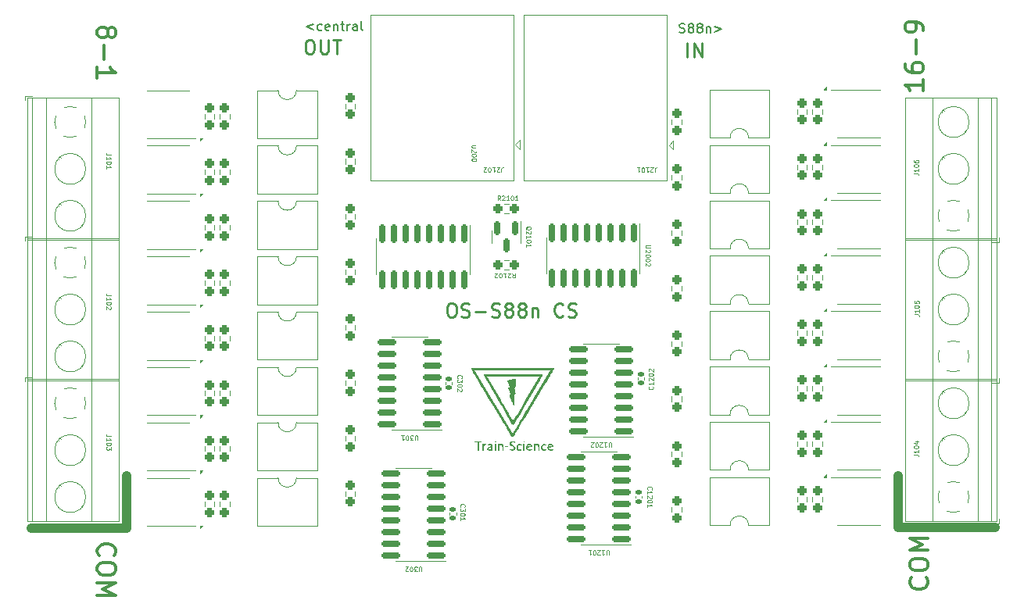
<source format=gbr>
%TF.GenerationSoftware,KiCad,Pcbnew,8.0.2*%
%TF.CreationDate,2024-12-19T10:05:04+01:00*%
%TF.ProjectId,OS-S88n,4f532d53-3838-46e2-9e6b-696361645f70,rev?*%
%TF.SameCoordinates,Original*%
%TF.FileFunction,Legend,Top*%
%TF.FilePolarity,Positive*%
%FSLAX46Y46*%
G04 Gerber Fmt 4.6, Leading zero omitted, Abs format (unit mm)*
G04 Created by KiCad (PCBNEW 8.0.2) date 2024-12-19 10:05:04*
%MOMM*%
%LPD*%
G01*
G04 APERTURE LIST*
G04 Aperture macros list*
%AMRoundRect*
0 Rectangle with rounded corners*
0 $1 Rounding radius*
0 $2 $3 $4 $5 $6 $7 $8 $9 X,Y pos of 4 corners*
0 Add a 4 corners polygon primitive as box body*
4,1,4,$2,$3,$4,$5,$6,$7,$8,$9,$2,$3,0*
0 Add four circle primitives for the rounded corners*
1,1,$1+$1,$2,$3*
1,1,$1+$1,$4,$5*
1,1,$1+$1,$6,$7*
1,1,$1+$1,$8,$9*
0 Add four rect primitives between the rounded corners*
20,1,$1+$1,$2,$3,$4,$5,0*
20,1,$1+$1,$4,$5,$6,$7,0*
20,1,$1+$1,$6,$7,$8,$9,0*
20,1,$1+$1,$8,$9,$2,$3,0*%
G04 Aperture macros list end*
%ADD10C,1.000000*%
%ADD11C,0.300000*%
%ADD12C,0.250000*%
%ADD13C,0.150000*%
%ADD14C,0.075000*%
%ADD15C,0.120000*%
%ADD16C,0.000000*%
%ADD17R,1.000000X0.700000*%
%ADD18RoundRect,0.237500X-0.237500X0.250000X-0.237500X-0.250000X0.237500X-0.250000X0.237500X0.250000X0*%
%ADD19RoundRect,0.237500X0.237500X-0.250000X0.237500X0.250000X-0.237500X0.250000X-0.237500X-0.250000X0*%
%ADD20RoundRect,0.150000X-0.150000X0.587500X-0.150000X-0.587500X0.150000X-0.587500X0.150000X0.587500X0*%
%ADD21R,2.000000X1.780000*%
%ADD22RoundRect,0.237500X0.250000X0.237500X-0.250000X0.237500X-0.250000X-0.237500X0.250000X-0.237500X0*%
%ADD23RoundRect,0.140000X0.170000X-0.140000X0.170000X0.140000X-0.170000X0.140000X-0.170000X-0.140000X0*%
%ADD24R,2.600000X2.600000*%
%ADD25C,2.600000*%
%ADD26C,3.200000*%
%ADD27R,1.500000X1.500000*%
%ADD28C,1.500000*%
%ADD29RoundRect,0.140000X-0.170000X0.140000X-0.170000X-0.140000X0.170000X-0.140000X0.170000X0.140000X0*%
%ADD30RoundRect,0.237500X-0.250000X-0.237500X0.250000X-0.237500X0.250000X0.237500X-0.250000X0.237500X0*%
%ADD31RoundRect,0.150000X0.825000X0.150000X-0.825000X0.150000X-0.825000X-0.150000X0.825000X-0.150000X0*%
%ADD32RoundRect,0.150000X-0.150000X0.825000X-0.150000X-0.825000X0.150000X-0.825000X0.150000X0.825000X0*%
G04 APERTURE END LIST*
D10*
X111825000Y-114427000D02*
X122112000Y-114427000D01*
X205678000Y-114300000D02*
X216219000Y-114300000D01*
X205678000Y-108712000D02*
X205678000Y-114300000D01*
X122112000Y-108712000D02*
X122112000Y-114427000D01*
D11*
X208445638Y-65790822D02*
X208445638Y-66933679D01*
X208445638Y-66362251D02*
X206445638Y-66362251D01*
X206445638Y-66362251D02*
X206731352Y-66552727D01*
X206731352Y-66552727D02*
X206921828Y-66743203D01*
X206921828Y-66743203D02*
X207017066Y-66933679D01*
X206445638Y-64076536D02*
X206445638Y-64457489D01*
X206445638Y-64457489D02*
X206540876Y-64647965D01*
X206540876Y-64647965D02*
X206636114Y-64743203D01*
X206636114Y-64743203D02*
X206921828Y-64933679D01*
X206921828Y-64933679D02*
X207302780Y-65028917D01*
X207302780Y-65028917D02*
X208064685Y-65028917D01*
X208064685Y-65028917D02*
X208255161Y-64933679D01*
X208255161Y-64933679D02*
X208350400Y-64838441D01*
X208350400Y-64838441D02*
X208445638Y-64647965D01*
X208445638Y-64647965D02*
X208445638Y-64267012D01*
X208445638Y-64267012D02*
X208350400Y-64076536D01*
X208350400Y-64076536D02*
X208255161Y-63981298D01*
X208255161Y-63981298D02*
X208064685Y-63886060D01*
X208064685Y-63886060D02*
X207588495Y-63886060D01*
X207588495Y-63886060D02*
X207398019Y-63981298D01*
X207398019Y-63981298D02*
X207302780Y-64076536D01*
X207302780Y-64076536D02*
X207207542Y-64267012D01*
X207207542Y-64267012D02*
X207207542Y-64647965D01*
X207207542Y-64647965D02*
X207302780Y-64838441D01*
X207302780Y-64838441D02*
X207398019Y-64933679D01*
X207398019Y-64933679D02*
X207588495Y-65028917D01*
X207683733Y-63028917D02*
X207683733Y-61505108D01*
X208445638Y-60457489D02*
X208445638Y-60076537D01*
X208445638Y-60076537D02*
X208350400Y-59886060D01*
X208350400Y-59886060D02*
X208255161Y-59790822D01*
X208255161Y-59790822D02*
X207969447Y-59600346D01*
X207969447Y-59600346D02*
X207588495Y-59505108D01*
X207588495Y-59505108D02*
X206826590Y-59505108D01*
X206826590Y-59505108D02*
X206636114Y-59600346D01*
X206636114Y-59600346D02*
X206540876Y-59695584D01*
X206540876Y-59695584D02*
X206445638Y-59886060D01*
X206445638Y-59886060D02*
X206445638Y-60267013D01*
X206445638Y-60267013D02*
X206540876Y-60457489D01*
X206540876Y-60457489D02*
X206636114Y-60552727D01*
X206636114Y-60552727D02*
X206826590Y-60647965D01*
X206826590Y-60647965D02*
X207302780Y-60647965D01*
X207302780Y-60647965D02*
X207493257Y-60552727D01*
X207493257Y-60552727D02*
X207588495Y-60457489D01*
X207588495Y-60457489D02*
X207683733Y-60267013D01*
X207683733Y-60267013D02*
X207683733Y-59886060D01*
X207683733Y-59886060D02*
X207588495Y-59695584D01*
X207588495Y-59695584D02*
X207493257Y-59600346D01*
X207493257Y-59600346D02*
X207302780Y-59505108D01*
D12*
X157187144Y-89997428D02*
X157472858Y-89997428D01*
X157472858Y-89997428D02*
X157615715Y-90068857D01*
X157615715Y-90068857D02*
X157758572Y-90211714D01*
X157758572Y-90211714D02*
X157830001Y-90497428D01*
X157830001Y-90497428D02*
X157830001Y-90997428D01*
X157830001Y-90997428D02*
X157758572Y-91283142D01*
X157758572Y-91283142D02*
X157615715Y-91426000D01*
X157615715Y-91426000D02*
X157472858Y-91497428D01*
X157472858Y-91497428D02*
X157187144Y-91497428D01*
X157187144Y-91497428D02*
X157044287Y-91426000D01*
X157044287Y-91426000D02*
X156901429Y-91283142D01*
X156901429Y-91283142D02*
X156830001Y-90997428D01*
X156830001Y-90997428D02*
X156830001Y-90497428D01*
X156830001Y-90497428D02*
X156901429Y-90211714D01*
X156901429Y-90211714D02*
X157044287Y-90068857D01*
X157044287Y-90068857D02*
X157187144Y-89997428D01*
X158401430Y-91426000D02*
X158615716Y-91497428D01*
X158615716Y-91497428D02*
X158972858Y-91497428D01*
X158972858Y-91497428D02*
X159115716Y-91426000D01*
X159115716Y-91426000D02*
X159187144Y-91354571D01*
X159187144Y-91354571D02*
X159258573Y-91211714D01*
X159258573Y-91211714D02*
X159258573Y-91068857D01*
X159258573Y-91068857D02*
X159187144Y-90926000D01*
X159187144Y-90926000D02*
X159115716Y-90854571D01*
X159115716Y-90854571D02*
X158972858Y-90783142D01*
X158972858Y-90783142D02*
X158687144Y-90711714D01*
X158687144Y-90711714D02*
X158544287Y-90640285D01*
X158544287Y-90640285D02*
X158472858Y-90568857D01*
X158472858Y-90568857D02*
X158401430Y-90426000D01*
X158401430Y-90426000D02*
X158401430Y-90283142D01*
X158401430Y-90283142D02*
X158472858Y-90140285D01*
X158472858Y-90140285D02*
X158544287Y-90068857D01*
X158544287Y-90068857D02*
X158687144Y-89997428D01*
X158687144Y-89997428D02*
X159044287Y-89997428D01*
X159044287Y-89997428D02*
X159258573Y-90068857D01*
X159901429Y-90926000D02*
X161044287Y-90926000D01*
X161687144Y-91426000D02*
X161901430Y-91497428D01*
X161901430Y-91497428D02*
X162258572Y-91497428D01*
X162258572Y-91497428D02*
X162401430Y-91426000D01*
X162401430Y-91426000D02*
X162472858Y-91354571D01*
X162472858Y-91354571D02*
X162544287Y-91211714D01*
X162544287Y-91211714D02*
X162544287Y-91068857D01*
X162544287Y-91068857D02*
X162472858Y-90926000D01*
X162472858Y-90926000D02*
X162401430Y-90854571D01*
X162401430Y-90854571D02*
X162258572Y-90783142D01*
X162258572Y-90783142D02*
X161972858Y-90711714D01*
X161972858Y-90711714D02*
X161830001Y-90640285D01*
X161830001Y-90640285D02*
X161758572Y-90568857D01*
X161758572Y-90568857D02*
X161687144Y-90426000D01*
X161687144Y-90426000D02*
X161687144Y-90283142D01*
X161687144Y-90283142D02*
X161758572Y-90140285D01*
X161758572Y-90140285D02*
X161830001Y-90068857D01*
X161830001Y-90068857D02*
X161972858Y-89997428D01*
X161972858Y-89997428D02*
X162330001Y-89997428D01*
X162330001Y-89997428D02*
X162544287Y-90068857D01*
X163401429Y-90640285D02*
X163258572Y-90568857D01*
X163258572Y-90568857D02*
X163187143Y-90497428D01*
X163187143Y-90497428D02*
X163115715Y-90354571D01*
X163115715Y-90354571D02*
X163115715Y-90283142D01*
X163115715Y-90283142D02*
X163187143Y-90140285D01*
X163187143Y-90140285D02*
X163258572Y-90068857D01*
X163258572Y-90068857D02*
X163401429Y-89997428D01*
X163401429Y-89997428D02*
X163687143Y-89997428D01*
X163687143Y-89997428D02*
X163830001Y-90068857D01*
X163830001Y-90068857D02*
X163901429Y-90140285D01*
X163901429Y-90140285D02*
X163972858Y-90283142D01*
X163972858Y-90283142D02*
X163972858Y-90354571D01*
X163972858Y-90354571D02*
X163901429Y-90497428D01*
X163901429Y-90497428D02*
X163830001Y-90568857D01*
X163830001Y-90568857D02*
X163687143Y-90640285D01*
X163687143Y-90640285D02*
X163401429Y-90640285D01*
X163401429Y-90640285D02*
X163258572Y-90711714D01*
X163258572Y-90711714D02*
X163187143Y-90783142D01*
X163187143Y-90783142D02*
X163115715Y-90926000D01*
X163115715Y-90926000D02*
X163115715Y-91211714D01*
X163115715Y-91211714D02*
X163187143Y-91354571D01*
X163187143Y-91354571D02*
X163258572Y-91426000D01*
X163258572Y-91426000D02*
X163401429Y-91497428D01*
X163401429Y-91497428D02*
X163687143Y-91497428D01*
X163687143Y-91497428D02*
X163830001Y-91426000D01*
X163830001Y-91426000D02*
X163901429Y-91354571D01*
X163901429Y-91354571D02*
X163972858Y-91211714D01*
X163972858Y-91211714D02*
X163972858Y-90926000D01*
X163972858Y-90926000D02*
X163901429Y-90783142D01*
X163901429Y-90783142D02*
X163830001Y-90711714D01*
X163830001Y-90711714D02*
X163687143Y-90640285D01*
X164830000Y-90640285D02*
X164687143Y-90568857D01*
X164687143Y-90568857D02*
X164615714Y-90497428D01*
X164615714Y-90497428D02*
X164544286Y-90354571D01*
X164544286Y-90354571D02*
X164544286Y-90283142D01*
X164544286Y-90283142D02*
X164615714Y-90140285D01*
X164615714Y-90140285D02*
X164687143Y-90068857D01*
X164687143Y-90068857D02*
X164830000Y-89997428D01*
X164830000Y-89997428D02*
X165115714Y-89997428D01*
X165115714Y-89997428D02*
X165258572Y-90068857D01*
X165258572Y-90068857D02*
X165330000Y-90140285D01*
X165330000Y-90140285D02*
X165401429Y-90283142D01*
X165401429Y-90283142D02*
X165401429Y-90354571D01*
X165401429Y-90354571D02*
X165330000Y-90497428D01*
X165330000Y-90497428D02*
X165258572Y-90568857D01*
X165258572Y-90568857D02*
X165115714Y-90640285D01*
X165115714Y-90640285D02*
X164830000Y-90640285D01*
X164830000Y-90640285D02*
X164687143Y-90711714D01*
X164687143Y-90711714D02*
X164615714Y-90783142D01*
X164615714Y-90783142D02*
X164544286Y-90926000D01*
X164544286Y-90926000D02*
X164544286Y-91211714D01*
X164544286Y-91211714D02*
X164615714Y-91354571D01*
X164615714Y-91354571D02*
X164687143Y-91426000D01*
X164687143Y-91426000D02*
X164830000Y-91497428D01*
X164830000Y-91497428D02*
X165115714Y-91497428D01*
X165115714Y-91497428D02*
X165258572Y-91426000D01*
X165258572Y-91426000D02*
X165330000Y-91354571D01*
X165330000Y-91354571D02*
X165401429Y-91211714D01*
X165401429Y-91211714D02*
X165401429Y-90926000D01*
X165401429Y-90926000D02*
X165330000Y-90783142D01*
X165330000Y-90783142D02*
X165258572Y-90711714D01*
X165258572Y-90711714D02*
X165115714Y-90640285D01*
X166044285Y-90497428D02*
X166044285Y-91497428D01*
X166044285Y-90640285D02*
X166115714Y-90568857D01*
X166115714Y-90568857D02*
X166258571Y-90497428D01*
X166258571Y-90497428D02*
X166472857Y-90497428D01*
X166472857Y-90497428D02*
X166615714Y-90568857D01*
X166615714Y-90568857D02*
X166687143Y-90711714D01*
X166687143Y-90711714D02*
X166687143Y-91497428D01*
X169401428Y-91354571D02*
X169330000Y-91426000D01*
X169330000Y-91426000D02*
X169115714Y-91497428D01*
X169115714Y-91497428D02*
X168972857Y-91497428D01*
X168972857Y-91497428D02*
X168758571Y-91426000D01*
X168758571Y-91426000D02*
X168615714Y-91283142D01*
X168615714Y-91283142D02*
X168544285Y-91140285D01*
X168544285Y-91140285D02*
X168472857Y-90854571D01*
X168472857Y-90854571D02*
X168472857Y-90640285D01*
X168472857Y-90640285D02*
X168544285Y-90354571D01*
X168544285Y-90354571D02*
X168615714Y-90211714D01*
X168615714Y-90211714D02*
X168758571Y-90068857D01*
X168758571Y-90068857D02*
X168972857Y-89997428D01*
X168972857Y-89997428D02*
X169115714Y-89997428D01*
X169115714Y-89997428D02*
X169330000Y-90068857D01*
X169330000Y-90068857D02*
X169401428Y-90140285D01*
X169972857Y-91426000D02*
X170187143Y-91497428D01*
X170187143Y-91497428D02*
X170544285Y-91497428D01*
X170544285Y-91497428D02*
X170687143Y-91426000D01*
X170687143Y-91426000D02*
X170758571Y-91354571D01*
X170758571Y-91354571D02*
X170830000Y-91211714D01*
X170830000Y-91211714D02*
X170830000Y-91068857D01*
X170830000Y-91068857D02*
X170758571Y-90926000D01*
X170758571Y-90926000D02*
X170687143Y-90854571D01*
X170687143Y-90854571D02*
X170544285Y-90783142D01*
X170544285Y-90783142D02*
X170258571Y-90711714D01*
X170258571Y-90711714D02*
X170115714Y-90640285D01*
X170115714Y-90640285D02*
X170044285Y-90568857D01*
X170044285Y-90568857D02*
X169972857Y-90426000D01*
X169972857Y-90426000D02*
X169972857Y-90283142D01*
X169972857Y-90283142D02*
X170044285Y-90140285D01*
X170044285Y-90140285D02*
X170115714Y-90068857D01*
X170115714Y-90068857D02*
X170258571Y-89997428D01*
X170258571Y-89997428D02*
X170615714Y-89997428D01*
X170615714Y-89997428D02*
X170830000Y-90068857D01*
D11*
X119156838Y-117348639D02*
X119061600Y-117253401D01*
X119061600Y-117253401D02*
X118966361Y-116967687D01*
X118966361Y-116967687D02*
X118966361Y-116777211D01*
X118966361Y-116777211D02*
X119061600Y-116491496D01*
X119061600Y-116491496D02*
X119252076Y-116301020D01*
X119252076Y-116301020D02*
X119442552Y-116205782D01*
X119442552Y-116205782D02*
X119823504Y-116110544D01*
X119823504Y-116110544D02*
X120109219Y-116110544D01*
X120109219Y-116110544D02*
X120490171Y-116205782D01*
X120490171Y-116205782D02*
X120680647Y-116301020D01*
X120680647Y-116301020D02*
X120871123Y-116491496D01*
X120871123Y-116491496D02*
X120966361Y-116777211D01*
X120966361Y-116777211D02*
X120966361Y-116967687D01*
X120966361Y-116967687D02*
X120871123Y-117253401D01*
X120871123Y-117253401D02*
X120775885Y-117348639D01*
X120966361Y-118586734D02*
X120966361Y-118967687D01*
X120966361Y-118967687D02*
X120871123Y-119158163D01*
X120871123Y-119158163D02*
X120680647Y-119348639D01*
X120680647Y-119348639D02*
X120299695Y-119443877D01*
X120299695Y-119443877D02*
X119633028Y-119443877D01*
X119633028Y-119443877D02*
X119252076Y-119348639D01*
X119252076Y-119348639D02*
X119061600Y-119158163D01*
X119061600Y-119158163D02*
X118966361Y-118967687D01*
X118966361Y-118967687D02*
X118966361Y-118586734D01*
X118966361Y-118586734D02*
X119061600Y-118396258D01*
X119061600Y-118396258D02*
X119252076Y-118205782D01*
X119252076Y-118205782D02*
X119633028Y-118110544D01*
X119633028Y-118110544D02*
X120299695Y-118110544D01*
X120299695Y-118110544D02*
X120680647Y-118205782D01*
X120680647Y-118205782D02*
X120871123Y-118396258D01*
X120871123Y-118396258D02*
X120966361Y-118586734D01*
X118966361Y-120301020D02*
X120966361Y-120301020D01*
X120966361Y-120301020D02*
X119537790Y-120967687D01*
X119537790Y-120967687D02*
X120966361Y-121634353D01*
X120966361Y-121634353D02*
X118966361Y-121634353D01*
X120109219Y-60471272D02*
X120204457Y-60280796D01*
X120204457Y-60280796D02*
X120299695Y-60185558D01*
X120299695Y-60185558D02*
X120490171Y-60090320D01*
X120490171Y-60090320D02*
X120585409Y-60090320D01*
X120585409Y-60090320D02*
X120775885Y-60185558D01*
X120775885Y-60185558D02*
X120871123Y-60280796D01*
X120871123Y-60280796D02*
X120966361Y-60471272D01*
X120966361Y-60471272D02*
X120966361Y-60852225D01*
X120966361Y-60852225D02*
X120871123Y-61042701D01*
X120871123Y-61042701D02*
X120775885Y-61137939D01*
X120775885Y-61137939D02*
X120585409Y-61233177D01*
X120585409Y-61233177D02*
X120490171Y-61233177D01*
X120490171Y-61233177D02*
X120299695Y-61137939D01*
X120299695Y-61137939D02*
X120204457Y-61042701D01*
X120204457Y-61042701D02*
X120109219Y-60852225D01*
X120109219Y-60852225D02*
X120109219Y-60471272D01*
X120109219Y-60471272D02*
X120013980Y-60280796D01*
X120013980Y-60280796D02*
X119918742Y-60185558D01*
X119918742Y-60185558D02*
X119728266Y-60090320D01*
X119728266Y-60090320D02*
X119347314Y-60090320D01*
X119347314Y-60090320D02*
X119156838Y-60185558D01*
X119156838Y-60185558D02*
X119061600Y-60280796D01*
X119061600Y-60280796D02*
X118966361Y-60471272D01*
X118966361Y-60471272D02*
X118966361Y-60852225D01*
X118966361Y-60852225D02*
X119061600Y-61042701D01*
X119061600Y-61042701D02*
X119156838Y-61137939D01*
X119156838Y-61137939D02*
X119347314Y-61233177D01*
X119347314Y-61233177D02*
X119728266Y-61233177D01*
X119728266Y-61233177D02*
X119918742Y-61137939D01*
X119918742Y-61137939D02*
X120013980Y-61042701D01*
X120013980Y-61042701D02*
X120109219Y-60852225D01*
X119728266Y-62090320D02*
X119728266Y-63614130D01*
X118966361Y-65614129D02*
X118966361Y-64471272D01*
X118966361Y-65042700D02*
X120966361Y-65042700D01*
X120966361Y-65042700D02*
X120680647Y-64852224D01*
X120680647Y-64852224D02*
X120490171Y-64661748D01*
X120490171Y-64661748D02*
X120394933Y-64471272D01*
D12*
X182856285Y-63303428D02*
X182856285Y-61803428D01*
X183570571Y-63303428D02*
X183570571Y-61803428D01*
X183570571Y-61803428D02*
X184427714Y-63303428D01*
X184427714Y-63303428D02*
X184427714Y-61803428D01*
X141846000Y-61473428D02*
X142131714Y-61473428D01*
X142131714Y-61473428D02*
X142274571Y-61544857D01*
X142274571Y-61544857D02*
X142417428Y-61687714D01*
X142417428Y-61687714D02*
X142488857Y-61973428D01*
X142488857Y-61973428D02*
X142488857Y-62473428D01*
X142488857Y-62473428D02*
X142417428Y-62759142D01*
X142417428Y-62759142D02*
X142274571Y-62902000D01*
X142274571Y-62902000D02*
X142131714Y-62973428D01*
X142131714Y-62973428D02*
X141846000Y-62973428D01*
X141846000Y-62973428D02*
X141703143Y-62902000D01*
X141703143Y-62902000D02*
X141560285Y-62759142D01*
X141560285Y-62759142D02*
X141488857Y-62473428D01*
X141488857Y-62473428D02*
X141488857Y-61973428D01*
X141488857Y-61973428D02*
X141560285Y-61687714D01*
X141560285Y-61687714D02*
X141703143Y-61544857D01*
X141703143Y-61544857D02*
X141846000Y-61473428D01*
X143131714Y-61473428D02*
X143131714Y-62687714D01*
X143131714Y-62687714D02*
X143203143Y-62830571D01*
X143203143Y-62830571D02*
X143274572Y-62902000D01*
X143274572Y-62902000D02*
X143417429Y-62973428D01*
X143417429Y-62973428D02*
X143703143Y-62973428D01*
X143703143Y-62973428D02*
X143846000Y-62902000D01*
X143846000Y-62902000D02*
X143917429Y-62830571D01*
X143917429Y-62830571D02*
X143988857Y-62687714D01*
X143988857Y-62687714D02*
X143988857Y-61473428D01*
X144488858Y-61473428D02*
X145346001Y-61473428D01*
X144917429Y-62973428D02*
X144917429Y-61473428D01*
D13*
X142384684Y-59782152D02*
X141622779Y-60067866D01*
X141622779Y-60067866D02*
X142384684Y-60353580D01*
X143289445Y-60401200D02*
X143194207Y-60448819D01*
X143194207Y-60448819D02*
X143003731Y-60448819D01*
X143003731Y-60448819D02*
X142908493Y-60401200D01*
X142908493Y-60401200D02*
X142860874Y-60353580D01*
X142860874Y-60353580D02*
X142813255Y-60258342D01*
X142813255Y-60258342D02*
X142813255Y-59972628D01*
X142813255Y-59972628D02*
X142860874Y-59877390D01*
X142860874Y-59877390D02*
X142908493Y-59829771D01*
X142908493Y-59829771D02*
X143003731Y-59782152D01*
X143003731Y-59782152D02*
X143194207Y-59782152D01*
X143194207Y-59782152D02*
X143289445Y-59829771D01*
X144098969Y-60401200D02*
X144003731Y-60448819D01*
X144003731Y-60448819D02*
X143813255Y-60448819D01*
X143813255Y-60448819D02*
X143718017Y-60401200D01*
X143718017Y-60401200D02*
X143670398Y-60305961D01*
X143670398Y-60305961D02*
X143670398Y-59925009D01*
X143670398Y-59925009D02*
X143718017Y-59829771D01*
X143718017Y-59829771D02*
X143813255Y-59782152D01*
X143813255Y-59782152D02*
X144003731Y-59782152D01*
X144003731Y-59782152D02*
X144098969Y-59829771D01*
X144098969Y-59829771D02*
X144146588Y-59925009D01*
X144146588Y-59925009D02*
X144146588Y-60020247D01*
X144146588Y-60020247D02*
X143670398Y-60115485D01*
X144575160Y-59782152D02*
X144575160Y-60448819D01*
X144575160Y-59877390D02*
X144622779Y-59829771D01*
X144622779Y-59829771D02*
X144718017Y-59782152D01*
X144718017Y-59782152D02*
X144860874Y-59782152D01*
X144860874Y-59782152D02*
X144956112Y-59829771D01*
X144956112Y-59829771D02*
X145003731Y-59925009D01*
X145003731Y-59925009D02*
X145003731Y-60448819D01*
X145337065Y-59782152D02*
X145718017Y-59782152D01*
X145479922Y-59448819D02*
X145479922Y-60305961D01*
X145479922Y-60305961D02*
X145527541Y-60401200D01*
X145527541Y-60401200D02*
X145622779Y-60448819D01*
X145622779Y-60448819D02*
X145718017Y-60448819D01*
X146051351Y-60448819D02*
X146051351Y-59782152D01*
X146051351Y-59972628D02*
X146098970Y-59877390D01*
X146098970Y-59877390D02*
X146146589Y-59829771D01*
X146146589Y-59829771D02*
X146241827Y-59782152D01*
X146241827Y-59782152D02*
X146337065Y-59782152D01*
X147098970Y-60448819D02*
X147098970Y-59925009D01*
X147098970Y-59925009D02*
X147051351Y-59829771D01*
X147051351Y-59829771D02*
X146956113Y-59782152D01*
X146956113Y-59782152D02*
X146765637Y-59782152D01*
X146765637Y-59782152D02*
X146670399Y-59829771D01*
X147098970Y-60401200D02*
X147003732Y-60448819D01*
X147003732Y-60448819D02*
X146765637Y-60448819D01*
X146765637Y-60448819D02*
X146670399Y-60401200D01*
X146670399Y-60401200D02*
X146622780Y-60305961D01*
X146622780Y-60305961D02*
X146622780Y-60210723D01*
X146622780Y-60210723D02*
X146670399Y-60115485D01*
X146670399Y-60115485D02*
X146765637Y-60067866D01*
X146765637Y-60067866D02*
X147003732Y-60067866D01*
X147003732Y-60067866D02*
X147098970Y-60020247D01*
X147718018Y-60448819D02*
X147622780Y-60401200D01*
X147622780Y-60401200D02*
X147575161Y-60305961D01*
X147575161Y-60305961D02*
X147575161Y-59448819D01*
X182026160Y-60655200D02*
X182169017Y-60702819D01*
X182169017Y-60702819D02*
X182407112Y-60702819D01*
X182407112Y-60702819D02*
X182502350Y-60655200D01*
X182502350Y-60655200D02*
X182549969Y-60607580D01*
X182549969Y-60607580D02*
X182597588Y-60512342D01*
X182597588Y-60512342D02*
X182597588Y-60417104D01*
X182597588Y-60417104D02*
X182549969Y-60321866D01*
X182549969Y-60321866D02*
X182502350Y-60274247D01*
X182502350Y-60274247D02*
X182407112Y-60226628D01*
X182407112Y-60226628D02*
X182216636Y-60179009D01*
X182216636Y-60179009D02*
X182121398Y-60131390D01*
X182121398Y-60131390D02*
X182073779Y-60083771D01*
X182073779Y-60083771D02*
X182026160Y-59988533D01*
X182026160Y-59988533D02*
X182026160Y-59893295D01*
X182026160Y-59893295D02*
X182073779Y-59798057D01*
X182073779Y-59798057D02*
X182121398Y-59750438D01*
X182121398Y-59750438D02*
X182216636Y-59702819D01*
X182216636Y-59702819D02*
X182454731Y-59702819D01*
X182454731Y-59702819D02*
X182597588Y-59750438D01*
X183169017Y-60131390D02*
X183073779Y-60083771D01*
X183073779Y-60083771D02*
X183026160Y-60036152D01*
X183026160Y-60036152D02*
X182978541Y-59940914D01*
X182978541Y-59940914D02*
X182978541Y-59893295D01*
X182978541Y-59893295D02*
X183026160Y-59798057D01*
X183026160Y-59798057D02*
X183073779Y-59750438D01*
X183073779Y-59750438D02*
X183169017Y-59702819D01*
X183169017Y-59702819D02*
X183359493Y-59702819D01*
X183359493Y-59702819D02*
X183454731Y-59750438D01*
X183454731Y-59750438D02*
X183502350Y-59798057D01*
X183502350Y-59798057D02*
X183549969Y-59893295D01*
X183549969Y-59893295D02*
X183549969Y-59940914D01*
X183549969Y-59940914D02*
X183502350Y-60036152D01*
X183502350Y-60036152D02*
X183454731Y-60083771D01*
X183454731Y-60083771D02*
X183359493Y-60131390D01*
X183359493Y-60131390D02*
X183169017Y-60131390D01*
X183169017Y-60131390D02*
X183073779Y-60179009D01*
X183073779Y-60179009D02*
X183026160Y-60226628D01*
X183026160Y-60226628D02*
X182978541Y-60321866D01*
X182978541Y-60321866D02*
X182978541Y-60512342D01*
X182978541Y-60512342D02*
X183026160Y-60607580D01*
X183026160Y-60607580D02*
X183073779Y-60655200D01*
X183073779Y-60655200D02*
X183169017Y-60702819D01*
X183169017Y-60702819D02*
X183359493Y-60702819D01*
X183359493Y-60702819D02*
X183454731Y-60655200D01*
X183454731Y-60655200D02*
X183502350Y-60607580D01*
X183502350Y-60607580D02*
X183549969Y-60512342D01*
X183549969Y-60512342D02*
X183549969Y-60321866D01*
X183549969Y-60321866D02*
X183502350Y-60226628D01*
X183502350Y-60226628D02*
X183454731Y-60179009D01*
X183454731Y-60179009D02*
X183359493Y-60131390D01*
X184121398Y-60131390D02*
X184026160Y-60083771D01*
X184026160Y-60083771D02*
X183978541Y-60036152D01*
X183978541Y-60036152D02*
X183930922Y-59940914D01*
X183930922Y-59940914D02*
X183930922Y-59893295D01*
X183930922Y-59893295D02*
X183978541Y-59798057D01*
X183978541Y-59798057D02*
X184026160Y-59750438D01*
X184026160Y-59750438D02*
X184121398Y-59702819D01*
X184121398Y-59702819D02*
X184311874Y-59702819D01*
X184311874Y-59702819D02*
X184407112Y-59750438D01*
X184407112Y-59750438D02*
X184454731Y-59798057D01*
X184454731Y-59798057D02*
X184502350Y-59893295D01*
X184502350Y-59893295D02*
X184502350Y-59940914D01*
X184502350Y-59940914D02*
X184454731Y-60036152D01*
X184454731Y-60036152D02*
X184407112Y-60083771D01*
X184407112Y-60083771D02*
X184311874Y-60131390D01*
X184311874Y-60131390D02*
X184121398Y-60131390D01*
X184121398Y-60131390D02*
X184026160Y-60179009D01*
X184026160Y-60179009D02*
X183978541Y-60226628D01*
X183978541Y-60226628D02*
X183930922Y-60321866D01*
X183930922Y-60321866D02*
X183930922Y-60512342D01*
X183930922Y-60512342D02*
X183978541Y-60607580D01*
X183978541Y-60607580D02*
X184026160Y-60655200D01*
X184026160Y-60655200D02*
X184121398Y-60702819D01*
X184121398Y-60702819D02*
X184311874Y-60702819D01*
X184311874Y-60702819D02*
X184407112Y-60655200D01*
X184407112Y-60655200D02*
X184454731Y-60607580D01*
X184454731Y-60607580D02*
X184502350Y-60512342D01*
X184502350Y-60512342D02*
X184502350Y-60321866D01*
X184502350Y-60321866D02*
X184454731Y-60226628D01*
X184454731Y-60226628D02*
X184407112Y-60179009D01*
X184407112Y-60179009D02*
X184311874Y-60131390D01*
X184930922Y-60036152D02*
X184930922Y-60702819D01*
X184930922Y-60131390D02*
X184978541Y-60083771D01*
X184978541Y-60083771D02*
X185073779Y-60036152D01*
X185073779Y-60036152D02*
X185216636Y-60036152D01*
X185216636Y-60036152D02*
X185311874Y-60083771D01*
X185311874Y-60083771D02*
X185359493Y-60179009D01*
X185359493Y-60179009D02*
X185359493Y-60702819D01*
X185835684Y-60036152D02*
X186597589Y-60321866D01*
X186597589Y-60321866D02*
X185835684Y-60607580D01*
D11*
X208755161Y-119749584D02*
X208850400Y-119844822D01*
X208850400Y-119844822D02*
X208945638Y-120130536D01*
X208945638Y-120130536D02*
X208945638Y-120321012D01*
X208945638Y-120321012D02*
X208850400Y-120606727D01*
X208850400Y-120606727D02*
X208659923Y-120797203D01*
X208659923Y-120797203D02*
X208469447Y-120892441D01*
X208469447Y-120892441D02*
X208088495Y-120987679D01*
X208088495Y-120987679D02*
X207802780Y-120987679D01*
X207802780Y-120987679D02*
X207421828Y-120892441D01*
X207421828Y-120892441D02*
X207231352Y-120797203D01*
X207231352Y-120797203D02*
X207040876Y-120606727D01*
X207040876Y-120606727D02*
X206945638Y-120321012D01*
X206945638Y-120321012D02*
X206945638Y-120130536D01*
X206945638Y-120130536D02*
X207040876Y-119844822D01*
X207040876Y-119844822D02*
X207136114Y-119749584D01*
X206945638Y-118511489D02*
X206945638Y-118130536D01*
X206945638Y-118130536D02*
X207040876Y-117940060D01*
X207040876Y-117940060D02*
X207231352Y-117749584D01*
X207231352Y-117749584D02*
X207612304Y-117654346D01*
X207612304Y-117654346D02*
X208278971Y-117654346D01*
X208278971Y-117654346D02*
X208659923Y-117749584D01*
X208659923Y-117749584D02*
X208850400Y-117940060D01*
X208850400Y-117940060D02*
X208945638Y-118130536D01*
X208945638Y-118130536D02*
X208945638Y-118511489D01*
X208945638Y-118511489D02*
X208850400Y-118701965D01*
X208850400Y-118701965D02*
X208659923Y-118892441D01*
X208659923Y-118892441D02*
X208278971Y-118987679D01*
X208278971Y-118987679D02*
X207612304Y-118987679D01*
X207612304Y-118987679D02*
X207231352Y-118892441D01*
X207231352Y-118892441D02*
X207040876Y-118701965D01*
X207040876Y-118701965D02*
X206945638Y-118511489D01*
X208945638Y-116797203D02*
X206945638Y-116797203D01*
X206945638Y-116797203D02*
X208374209Y-116130536D01*
X208374209Y-116130536D02*
X206945638Y-115463870D01*
X206945638Y-115463870D02*
X208945638Y-115463870D01*
D14*
X165384971Y-82042095D02*
X165408780Y-81994476D01*
X165408780Y-81994476D02*
X165456400Y-81946857D01*
X165456400Y-81946857D02*
X165527828Y-81875429D01*
X165527828Y-81875429D02*
X165551638Y-81827810D01*
X165551638Y-81827810D02*
X165551638Y-81780191D01*
X165432590Y-81804000D02*
X165456400Y-81756381D01*
X165456400Y-81756381D02*
X165504019Y-81708762D01*
X165504019Y-81708762D02*
X165599257Y-81684953D01*
X165599257Y-81684953D02*
X165765923Y-81684953D01*
X165765923Y-81684953D02*
X165861161Y-81708762D01*
X165861161Y-81708762D02*
X165908780Y-81756381D01*
X165908780Y-81756381D02*
X165932590Y-81804000D01*
X165932590Y-81804000D02*
X165932590Y-81899238D01*
X165932590Y-81899238D02*
X165908780Y-81946857D01*
X165908780Y-81946857D02*
X165861161Y-81994476D01*
X165861161Y-81994476D02*
X165765923Y-82018286D01*
X165765923Y-82018286D02*
X165599257Y-82018286D01*
X165599257Y-82018286D02*
X165504019Y-81994476D01*
X165504019Y-81994476D02*
X165456400Y-81946857D01*
X165456400Y-81946857D02*
X165432590Y-81899238D01*
X165432590Y-81899238D02*
X165432590Y-81804000D01*
X165884971Y-82208763D02*
X165908780Y-82232572D01*
X165908780Y-82232572D02*
X165932590Y-82280191D01*
X165932590Y-82280191D02*
X165932590Y-82399239D01*
X165932590Y-82399239D02*
X165908780Y-82446858D01*
X165908780Y-82446858D02*
X165884971Y-82470667D01*
X165884971Y-82470667D02*
X165837352Y-82494477D01*
X165837352Y-82494477D02*
X165789733Y-82494477D01*
X165789733Y-82494477D02*
X165718304Y-82470667D01*
X165718304Y-82470667D02*
X165432590Y-82184953D01*
X165432590Y-82184953D02*
X165432590Y-82494477D01*
X165432590Y-82970667D02*
X165432590Y-82684953D01*
X165432590Y-82827810D02*
X165932590Y-82827810D01*
X165932590Y-82827810D02*
X165861161Y-82780191D01*
X165861161Y-82780191D02*
X165813542Y-82732572D01*
X165813542Y-82732572D02*
X165789733Y-82684953D01*
X165932590Y-83280190D02*
X165932590Y-83327809D01*
X165932590Y-83327809D02*
X165908780Y-83375428D01*
X165908780Y-83375428D02*
X165884971Y-83399238D01*
X165884971Y-83399238D02*
X165837352Y-83423047D01*
X165837352Y-83423047D02*
X165742114Y-83446857D01*
X165742114Y-83446857D02*
X165623066Y-83446857D01*
X165623066Y-83446857D02*
X165527828Y-83423047D01*
X165527828Y-83423047D02*
X165480209Y-83399238D01*
X165480209Y-83399238D02*
X165456400Y-83375428D01*
X165456400Y-83375428D02*
X165432590Y-83327809D01*
X165432590Y-83327809D02*
X165432590Y-83280190D01*
X165432590Y-83280190D02*
X165456400Y-83232571D01*
X165456400Y-83232571D02*
X165480209Y-83208762D01*
X165480209Y-83208762D02*
X165527828Y-83184952D01*
X165527828Y-83184952D02*
X165623066Y-83161143D01*
X165623066Y-83161143D02*
X165742114Y-83161143D01*
X165742114Y-83161143D02*
X165837352Y-83184952D01*
X165837352Y-83184952D02*
X165884971Y-83208762D01*
X165884971Y-83208762D02*
X165908780Y-83232571D01*
X165908780Y-83232571D02*
X165932590Y-83280190D01*
X165432590Y-83923047D02*
X165432590Y-83637333D01*
X165432590Y-83780190D02*
X165932590Y-83780190D01*
X165932590Y-83780190D02*
X165861161Y-83732571D01*
X165861161Y-83732571D02*
X165813542Y-83684952D01*
X165813542Y-83684952D02*
X165789733Y-83637333D01*
X163907618Y-86749590D02*
X164074284Y-86987685D01*
X164193332Y-86749590D02*
X164193332Y-87249590D01*
X164193332Y-87249590D02*
X164002856Y-87249590D01*
X164002856Y-87249590D02*
X163955237Y-87225780D01*
X163955237Y-87225780D02*
X163931427Y-87201971D01*
X163931427Y-87201971D02*
X163907618Y-87154352D01*
X163907618Y-87154352D02*
X163907618Y-87082923D01*
X163907618Y-87082923D02*
X163931427Y-87035304D01*
X163931427Y-87035304D02*
X163955237Y-87011495D01*
X163955237Y-87011495D02*
X164002856Y-86987685D01*
X164002856Y-86987685D02*
X164193332Y-86987685D01*
X163717141Y-87201971D02*
X163693332Y-87225780D01*
X163693332Y-87225780D02*
X163645713Y-87249590D01*
X163645713Y-87249590D02*
X163526665Y-87249590D01*
X163526665Y-87249590D02*
X163479046Y-87225780D01*
X163479046Y-87225780D02*
X163455237Y-87201971D01*
X163455237Y-87201971D02*
X163431427Y-87154352D01*
X163431427Y-87154352D02*
X163431427Y-87106733D01*
X163431427Y-87106733D02*
X163455237Y-87035304D01*
X163455237Y-87035304D02*
X163740951Y-86749590D01*
X163740951Y-86749590D02*
X163431427Y-86749590D01*
X162955237Y-86749590D02*
X163240951Y-86749590D01*
X163098094Y-86749590D02*
X163098094Y-87249590D01*
X163098094Y-87249590D02*
X163145713Y-87178161D01*
X163145713Y-87178161D02*
X163193332Y-87130542D01*
X163193332Y-87130542D02*
X163240951Y-87106733D01*
X162645714Y-87249590D02*
X162598095Y-87249590D01*
X162598095Y-87249590D02*
X162550476Y-87225780D01*
X162550476Y-87225780D02*
X162526666Y-87201971D01*
X162526666Y-87201971D02*
X162502857Y-87154352D01*
X162502857Y-87154352D02*
X162479047Y-87059114D01*
X162479047Y-87059114D02*
X162479047Y-86940066D01*
X162479047Y-86940066D02*
X162502857Y-86844828D01*
X162502857Y-86844828D02*
X162526666Y-86797209D01*
X162526666Y-86797209D02*
X162550476Y-86773400D01*
X162550476Y-86773400D02*
X162598095Y-86749590D01*
X162598095Y-86749590D02*
X162645714Y-86749590D01*
X162645714Y-86749590D02*
X162693333Y-86773400D01*
X162693333Y-86773400D02*
X162717142Y-86797209D01*
X162717142Y-86797209D02*
X162740952Y-86844828D01*
X162740952Y-86844828D02*
X162764761Y-86940066D01*
X162764761Y-86940066D02*
X162764761Y-87059114D01*
X162764761Y-87059114D02*
X162740952Y-87154352D01*
X162740952Y-87154352D02*
X162717142Y-87201971D01*
X162717142Y-87201971D02*
X162693333Y-87225780D01*
X162693333Y-87225780D02*
X162645714Y-87249590D01*
X162288571Y-87201971D02*
X162264762Y-87225780D01*
X162264762Y-87225780D02*
X162217143Y-87249590D01*
X162217143Y-87249590D02*
X162098095Y-87249590D01*
X162098095Y-87249590D02*
X162050476Y-87225780D01*
X162050476Y-87225780D02*
X162026667Y-87201971D01*
X162026667Y-87201971D02*
X162002857Y-87154352D01*
X162002857Y-87154352D02*
X162002857Y-87106733D01*
X162002857Y-87106733D02*
X162026667Y-87035304D01*
X162026667Y-87035304D02*
X162312381Y-86749590D01*
X162312381Y-86749590D02*
X162002857Y-86749590D01*
X179122421Y-99027434D02*
X179146231Y-99051243D01*
X179146231Y-99051243D02*
X179170040Y-99122672D01*
X179170040Y-99122672D02*
X179170040Y-99170291D01*
X179170040Y-99170291D02*
X179146231Y-99241719D01*
X179146231Y-99241719D02*
X179098611Y-99289338D01*
X179098611Y-99289338D02*
X179050992Y-99313148D01*
X179050992Y-99313148D02*
X178955754Y-99336957D01*
X178955754Y-99336957D02*
X178884326Y-99336957D01*
X178884326Y-99336957D02*
X178789088Y-99313148D01*
X178789088Y-99313148D02*
X178741469Y-99289338D01*
X178741469Y-99289338D02*
X178693850Y-99241719D01*
X178693850Y-99241719D02*
X178670040Y-99170291D01*
X178670040Y-99170291D02*
X178670040Y-99122672D01*
X178670040Y-99122672D02*
X178693850Y-99051243D01*
X178693850Y-99051243D02*
X178717659Y-99027434D01*
X179170040Y-98551243D02*
X179170040Y-98836957D01*
X179170040Y-98694100D02*
X178670040Y-98694100D01*
X178670040Y-98694100D02*
X178741469Y-98741719D01*
X178741469Y-98741719D02*
X178789088Y-98789338D01*
X178789088Y-98789338D02*
X178812897Y-98836957D01*
X178717659Y-98360767D02*
X178693850Y-98336958D01*
X178693850Y-98336958D02*
X178670040Y-98289339D01*
X178670040Y-98289339D02*
X178670040Y-98170291D01*
X178670040Y-98170291D02*
X178693850Y-98122672D01*
X178693850Y-98122672D02*
X178717659Y-98098863D01*
X178717659Y-98098863D02*
X178765278Y-98075053D01*
X178765278Y-98075053D02*
X178812897Y-98075053D01*
X178812897Y-98075053D02*
X178884326Y-98098863D01*
X178884326Y-98098863D02*
X179170040Y-98384577D01*
X179170040Y-98384577D02*
X179170040Y-98075053D01*
X178670040Y-97765530D02*
X178670040Y-97717911D01*
X178670040Y-97717911D02*
X178693850Y-97670292D01*
X178693850Y-97670292D02*
X178717659Y-97646482D01*
X178717659Y-97646482D02*
X178765278Y-97622673D01*
X178765278Y-97622673D02*
X178860516Y-97598863D01*
X178860516Y-97598863D02*
X178979564Y-97598863D01*
X178979564Y-97598863D02*
X179074802Y-97622673D01*
X179074802Y-97622673D02*
X179122421Y-97646482D01*
X179122421Y-97646482D02*
X179146231Y-97670292D01*
X179146231Y-97670292D02*
X179170040Y-97717911D01*
X179170040Y-97717911D02*
X179170040Y-97765530D01*
X179170040Y-97765530D02*
X179146231Y-97813149D01*
X179146231Y-97813149D02*
X179122421Y-97836958D01*
X179122421Y-97836958D02*
X179074802Y-97860768D01*
X179074802Y-97860768D02*
X178979564Y-97884577D01*
X178979564Y-97884577D02*
X178860516Y-97884577D01*
X178860516Y-97884577D02*
X178765278Y-97860768D01*
X178765278Y-97860768D02*
X178717659Y-97836958D01*
X178717659Y-97836958D02*
X178693850Y-97813149D01*
X178693850Y-97813149D02*
X178670040Y-97765530D01*
X178717659Y-97408387D02*
X178693850Y-97384578D01*
X178693850Y-97384578D02*
X178670040Y-97336959D01*
X178670040Y-97336959D02*
X178670040Y-97217911D01*
X178670040Y-97217911D02*
X178693850Y-97170292D01*
X178693850Y-97170292D02*
X178717659Y-97146483D01*
X178717659Y-97146483D02*
X178765278Y-97122673D01*
X178765278Y-97122673D02*
X178812897Y-97122673D01*
X178812897Y-97122673D02*
X178884326Y-97146483D01*
X178884326Y-97146483D02*
X179170040Y-97432197D01*
X179170040Y-97432197D02*
X179170040Y-97122673D01*
X120441366Y-73957919D02*
X120084223Y-73957919D01*
X120084223Y-73957919D02*
X120012795Y-73934110D01*
X120012795Y-73934110D02*
X119965176Y-73886491D01*
X119965176Y-73886491D02*
X119941366Y-73815062D01*
X119941366Y-73815062D02*
X119941366Y-73767443D01*
X119941366Y-74457919D02*
X119941366Y-74172205D01*
X119941366Y-74315062D02*
X120441366Y-74315062D01*
X120441366Y-74315062D02*
X120369937Y-74267443D01*
X120369937Y-74267443D02*
X120322318Y-74219824D01*
X120322318Y-74219824D02*
X120298509Y-74172205D01*
X120441366Y-74767442D02*
X120441366Y-74815061D01*
X120441366Y-74815061D02*
X120417556Y-74862680D01*
X120417556Y-74862680D02*
X120393747Y-74886490D01*
X120393747Y-74886490D02*
X120346128Y-74910299D01*
X120346128Y-74910299D02*
X120250890Y-74934109D01*
X120250890Y-74934109D02*
X120131842Y-74934109D01*
X120131842Y-74934109D02*
X120036604Y-74910299D01*
X120036604Y-74910299D02*
X119988985Y-74886490D01*
X119988985Y-74886490D02*
X119965176Y-74862680D01*
X119965176Y-74862680D02*
X119941366Y-74815061D01*
X119941366Y-74815061D02*
X119941366Y-74767442D01*
X119941366Y-74767442D02*
X119965176Y-74719823D01*
X119965176Y-74719823D02*
X119988985Y-74696014D01*
X119988985Y-74696014D02*
X120036604Y-74672204D01*
X120036604Y-74672204D02*
X120131842Y-74648395D01*
X120131842Y-74648395D02*
X120250890Y-74648395D01*
X120250890Y-74648395D02*
X120346128Y-74672204D01*
X120346128Y-74672204D02*
X120393747Y-74696014D01*
X120393747Y-74696014D02*
X120417556Y-74719823D01*
X120417556Y-74719823D02*
X120441366Y-74767442D01*
X119941366Y-75410299D02*
X119941366Y-75124585D01*
X119941366Y-75267442D02*
X120441366Y-75267442D01*
X120441366Y-75267442D02*
X120369937Y-75219823D01*
X120369937Y-75219823D02*
X120322318Y-75172204D01*
X120322318Y-75172204D02*
X120298509Y-75124585D01*
X120441366Y-104437919D02*
X120084223Y-104437919D01*
X120084223Y-104437919D02*
X120012795Y-104414110D01*
X120012795Y-104414110D02*
X119965176Y-104366491D01*
X119965176Y-104366491D02*
X119941366Y-104295062D01*
X119941366Y-104295062D02*
X119941366Y-104247443D01*
X119941366Y-104937919D02*
X119941366Y-104652205D01*
X119941366Y-104795062D02*
X120441366Y-104795062D01*
X120441366Y-104795062D02*
X120369937Y-104747443D01*
X120369937Y-104747443D02*
X120322318Y-104699824D01*
X120322318Y-104699824D02*
X120298509Y-104652205D01*
X120441366Y-105247442D02*
X120441366Y-105295061D01*
X120441366Y-105295061D02*
X120417556Y-105342680D01*
X120417556Y-105342680D02*
X120393747Y-105366490D01*
X120393747Y-105366490D02*
X120346128Y-105390299D01*
X120346128Y-105390299D02*
X120250890Y-105414109D01*
X120250890Y-105414109D02*
X120131842Y-105414109D01*
X120131842Y-105414109D02*
X120036604Y-105390299D01*
X120036604Y-105390299D02*
X119988985Y-105366490D01*
X119988985Y-105366490D02*
X119965176Y-105342680D01*
X119965176Y-105342680D02*
X119941366Y-105295061D01*
X119941366Y-105295061D02*
X119941366Y-105247442D01*
X119941366Y-105247442D02*
X119965176Y-105199823D01*
X119965176Y-105199823D02*
X119988985Y-105176014D01*
X119988985Y-105176014D02*
X120036604Y-105152204D01*
X120036604Y-105152204D02*
X120131842Y-105128395D01*
X120131842Y-105128395D02*
X120250890Y-105128395D01*
X120250890Y-105128395D02*
X120346128Y-105152204D01*
X120346128Y-105152204D02*
X120393747Y-105176014D01*
X120393747Y-105176014D02*
X120417556Y-105199823D01*
X120417556Y-105199823D02*
X120441366Y-105247442D01*
X120441366Y-105580775D02*
X120441366Y-105890299D01*
X120441366Y-105890299D02*
X120250890Y-105723632D01*
X120250890Y-105723632D02*
X120250890Y-105795061D01*
X120250890Y-105795061D02*
X120227080Y-105842680D01*
X120227080Y-105842680D02*
X120203271Y-105866489D01*
X120203271Y-105866489D02*
X120155652Y-105890299D01*
X120155652Y-105890299D02*
X120036604Y-105890299D01*
X120036604Y-105890299D02*
X119988985Y-105866489D01*
X119988985Y-105866489D02*
X119965176Y-105842680D01*
X119965176Y-105842680D02*
X119941366Y-105795061D01*
X119941366Y-105795061D02*
X119941366Y-105652204D01*
X119941366Y-105652204D02*
X119965176Y-105604585D01*
X119965176Y-105604585D02*
X119988985Y-105580775D01*
X207405409Y-106420856D02*
X207762552Y-106420856D01*
X207762552Y-106420856D02*
X207833980Y-106444665D01*
X207833980Y-106444665D02*
X207881600Y-106492284D01*
X207881600Y-106492284D02*
X207905409Y-106563713D01*
X207905409Y-106563713D02*
X207905409Y-106611332D01*
X207905409Y-105920856D02*
X207905409Y-106206570D01*
X207905409Y-106063713D02*
X207405409Y-106063713D01*
X207405409Y-106063713D02*
X207476838Y-106111332D01*
X207476838Y-106111332D02*
X207524457Y-106158951D01*
X207524457Y-106158951D02*
X207548266Y-106206570D01*
X207405409Y-105611333D02*
X207405409Y-105563714D01*
X207405409Y-105563714D02*
X207429219Y-105516095D01*
X207429219Y-105516095D02*
X207453028Y-105492285D01*
X207453028Y-105492285D02*
X207500647Y-105468476D01*
X207500647Y-105468476D02*
X207595885Y-105444666D01*
X207595885Y-105444666D02*
X207714933Y-105444666D01*
X207714933Y-105444666D02*
X207810171Y-105468476D01*
X207810171Y-105468476D02*
X207857790Y-105492285D01*
X207857790Y-105492285D02*
X207881600Y-105516095D01*
X207881600Y-105516095D02*
X207905409Y-105563714D01*
X207905409Y-105563714D02*
X207905409Y-105611333D01*
X207905409Y-105611333D02*
X207881600Y-105658952D01*
X207881600Y-105658952D02*
X207857790Y-105682761D01*
X207857790Y-105682761D02*
X207810171Y-105706571D01*
X207810171Y-105706571D02*
X207714933Y-105730380D01*
X207714933Y-105730380D02*
X207595885Y-105730380D01*
X207595885Y-105730380D02*
X207500647Y-105706571D01*
X207500647Y-105706571D02*
X207453028Y-105682761D01*
X207453028Y-105682761D02*
X207429219Y-105658952D01*
X207429219Y-105658952D02*
X207405409Y-105611333D01*
X207572076Y-105016095D02*
X207905409Y-105016095D01*
X207381600Y-105135143D02*
X207738742Y-105254190D01*
X207738742Y-105254190D02*
X207738742Y-104944667D01*
X162737451Y-75790590D02*
X162737451Y-75433447D01*
X162737451Y-75433447D02*
X162761260Y-75362019D01*
X162761260Y-75362019D02*
X162808879Y-75314400D01*
X162808879Y-75314400D02*
X162880308Y-75290590D01*
X162880308Y-75290590D02*
X162927927Y-75290590D01*
X162523165Y-75742971D02*
X162499356Y-75766780D01*
X162499356Y-75766780D02*
X162451737Y-75790590D01*
X162451737Y-75790590D02*
X162332689Y-75790590D01*
X162332689Y-75790590D02*
X162285070Y-75766780D01*
X162285070Y-75766780D02*
X162261261Y-75742971D01*
X162261261Y-75742971D02*
X162237451Y-75695352D01*
X162237451Y-75695352D02*
X162237451Y-75647733D01*
X162237451Y-75647733D02*
X162261261Y-75576304D01*
X162261261Y-75576304D02*
X162546975Y-75290590D01*
X162546975Y-75290590D02*
X162237451Y-75290590D01*
X161761261Y-75290590D02*
X162046975Y-75290590D01*
X161904118Y-75290590D02*
X161904118Y-75790590D01*
X161904118Y-75790590D02*
X161951737Y-75719161D01*
X161951737Y-75719161D02*
X161999356Y-75671542D01*
X161999356Y-75671542D02*
X162046975Y-75647733D01*
X161451738Y-75790590D02*
X161404119Y-75790590D01*
X161404119Y-75790590D02*
X161356500Y-75766780D01*
X161356500Y-75766780D02*
X161332690Y-75742971D01*
X161332690Y-75742971D02*
X161308881Y-75695352D01*
X161308881Y-75695352D02*
X161285071Y-75600114D01*
X161285071Y-75600114D02*
X161285071Y-75481066D01*
X161285071Y-75481066D02*
X161308881Y-75385828D01*
X161308881Y-75385828D02*
X161332690Y-75338209D01*
X161332690Y-75338209D02*
X161356500Y-75314400D01*
X161356500Y-75314400D02*
X161404119Y-75290590D01*
X161404119Y-75290590D02*
X161451738Y-75290590D01*
X161451738Y-75290590D02*
X161499357Y-75314400D01*
X161499357Y-75314400D02*
X161523166Y-75338209D01*
X161523166Y-75338209D02*
X161546976Y-75385828D01*
X161546976Y-75385828D02*
X161570785Y-75481066D01*
X161570785Y-75481066D02*
X161570785Y-75600114D01*
X161570785Y-75600114D02*
X161546976Y-75695352D01*
X161546976Y-75695352D02*
X161523166Y-75742971D01*
X161523166Y-75742971D02*
X161499357Y-75766780D01*
X161499357Y-75766780D02*
X161451738Y-75790590D01*
X161094595Y-75742971D02*
X161070786Y-75766780D01*
X161070786Y-75766780D02*
X161023167Y-75790590D01*
X161023167Y-75790590D02*
X160904119Y-75790590D01*
X160904119Y-75790590D02*
X160856500Y-75766780D01*
X160856500Y-75766780D02*
X160832691Y-75742971D01*
X160832691Y-75742971D02*
X160808881Y-75695352D01*
X160808881Y-75695352D02*
X160808881Y-75647733D01*
X160808881Y-75647733D02*
X160832691Y-75576304D01*
X160832691Y-75576304D02*
X161118405Y-75290590D01*
X161118405Y-75290590D02*
X160808881Y-75290590D01*
X120441366Y-89197919D02*
X120084223Y-89197919D01*
X120084223Y-89197919D02*
X120012795Y-89174110D01*
X120012795Y-89174110D02*
X119965176Y-89126491D01*
X119965176Y-89126491D02*
X119941366Y-89055062D01*
X119941366Y-89055062D02*
X119941366Y-89007443D01*
X119941366Y-89697919D02*
X119941366Y-89412205D01*
X119941366Y-89555062D02*
X120441366Y-89555062D01*
X120441366Y-89555062D02*
X120369937Y-89507443D01*
X120369937Y-89507443D02*
X120322318Y-89459824D01*
X120322318Y-89459824D02*
X120298509Y-89412205D01*
X120441366Y-90007442D02*
X120441366Y-90055061D01*
X120441366Y-90055061D02*
X120417556Y-90102680D01*
X120417556Y-90102680D02*
X120393747Y-90126490D01*
X120393747Y-90126490D02*
X120346128Y-90150299D01*
X120346128Y-90150299D02*
X120250890Y-90174109D01*
X120250890Y-90174109D02*
X120131842Y-90174109D01*
X120131842Y-90174109D02*
X120036604Y-90150299D01*
X120036604Y-90150299D02*
X119988985Y-90126490D01*
X119988985Y-90126490D02*
X119965176Y-90102680D01*
X119965176Y-90102680D02*
X119941366Y-90055061D01*
X119941366Y-90055061D02*
X119941366Y-90007442D01*
X119941366Y-90007442D02*
X119965176Y-89959823D01*
X119965176Y-89959823D02*
X119988985Y-89936014D01*
X119988985Y-89936014D02*
X120036604Y-89912204D01*
X120036604Y-89912204D02*
X120131842Y-89888395D01*
X120131842Y-89888395D02*
X120250890Y-89888395D01*
X120250890Y-89888395D02*
X120346128Y-89912204D01*
X120346128Y-89912204D02*
X120393747Y-89936014D01*
X120393747Y-89936014D02*
X120417556Y-89959823D01*
X120417556Y-89959823D02*
X120441366Y-90007442D01*
X120393747Y-90364585D02*
X120417556Y-90388394D01*
X120417556Y-90388394D02*
X120441366Y-90436013D01*
X120441366Y-90436013D02*
X120441366Y-90555061D01*
X120441366Y-90555061D02*
X120417556Y-90602680D01*
X120417556Y-90602680D02*
X120393747Y-90626489D01*
X120393747Y-90626489D02*
X120346128Y-90650299D01*
X120346128Y-90650299D02*
X120298509Y-90650299D01*
X120298509Y-90650299D02*
X120227080Y-90626489D01*
X120227080Y-90626489D02*
X119941366Y-90340775D01*
X119941366Y-90340775D02*
X119941366Y-90650299D01*
X178591209Y-110200381D02*
X178567400Y-110176572D01*
X178567400Y-110176572D02*
X178543590Y-110105143D01*
X178543590Y-110105143D02*
X178543590Y-110057524D01*
X178543590Y-110057524D02*
X178567400Y-109986096D01*
X178567400Y-109986096D02*
X178615019Y-109938477D01*
X178615019Y-109938477D02*
X178662638Y-109914667D01*
X178662638Y-109914667D02*
X178757876Y-109890858D01*
X178757876Y-109890858D02*
X178829304Y-109890858D01*
X178829304Y-109890858D02*
X178924542Y-109914667D01*
X178924542Y-109914667D02*
X178972161Y-109938477D01*
X178972161Y-109938477D02*
X179019780Y-109986096D01*
X179019780Y-109986096D02*
X179043590Y-110057524D01*
X179043590Y-110057524D02*
X179043590Y-110105143D01*
X179043590Y-110105143D02*
X179019780Y-110176572D01*
X179019780Y-110176572D02*
X178995971Y-110200381D01*
X178543590Y-110676572D02*
X178543590Y-110390858D01*
X178543590Y-110533715D02*
X179043590Y-110533715D01*
X179043590Y-110533715D02*
X178972161Y-110486096D01*
X178972161Y-110486096D02*
X178924542Y-110438477D01*
X178924542Y-110438477D02*
X178900733Y-110390858D01*
X178995971Y-110867048D02*
X179019780Y-110890857D01*
X179019780Y-110890857D02*
X179043590Y-110938476D01*
X179043590Y-110938476D02*
X179043590Y-111057524D01*
X179043590Y-111057524D02*
X179019780Y-111105143D01*
X179019780Y-111105143D02*
X178995971Y-111128952D01*
X178995971Y-111128952D02*
X178948352Y-111152762D01*
X178948352Y-111152762D02*
X178900733Y-111152762D01*
X178900733Y-111152762D02*
X178829304Y-111128952D01*
X178829304Y-111128952D02*
X178543590Y-110843238D01*
X178543590Y-110843238D02*
X178543590Y-111152762D01*
X179043590Y-111462285D02*
X179043590Y-111509904D01*
X179043590Y-111509904D02*
X179019780Y-111557523D01*
X179019780Y-111557523D02*
X178995971Y-111581333D01*
X178995971Y-111581333D02*
X178948352Y-111605142D01*
X178948352Y-111605142D02*
X178853114Y-111628952D01*
X178853114Y-111628952D02*
X178734066Y-111628952D01*
X178734066Y-111628952D02*
X178638828Y-111605142D01*
X178638828Y-111605142D02*
X178591209Y-111581333D01*
X178591209Y-111581333D02*
X178567400Y-111557523D01*
X178567400Y-111557523D02*
X178543590Y-111509904D01*
X178543590Y-111509904D02*
X178543590Y-111462285D01*
X178543590Y-111462285D02*
X178567400Y-111414666D01*
X178567400Y-111414666D02*
X178591209Y-111390857D01*
X178591209Y-111390857D02*
X178638828Y-111367047D01*
X178638828Y-111367047D02*
X178734066Y-111343238D01*
X178734066Y-111343238D02*
X178853114Y-111343238D01*
X178853114Y-111343238D02*
X178948352Y-111367047D01*
X178948352Y-111367047D02*
X178995971Y-111390857D01*
X178995971Y-111390857D02*
X179019780Y-111414666D01*
X179019780Y-111414666D02*
X179043590Y-111462285D01*
X178543590Y-112105142D02*
X178543590Y-111819428D01*
X178543590Y-111962285D02*
X179043590Y-111962285D01*
X179043590Y-111962285D02*
X178972161Y-111914666D01*
X178972161Y-111914666D02*
X178924542Y-111867047D01*
X178924542Y-111867047D02*
X178900733Y-111819428D01*
X158319209Y-112089476D02*
X158295400Y-112065667D01*
X158295400Y-112065667D02*
X158271590Y-111994238D01*
X158271590Y-111994238D02*
X158271590Y-111946619D01*
X158271590Y-111946619D02*
X158295400Y-111875191D01*
X158295400Y-111875191D02*
X158343019Y-111827572D01*
X158343019Y-111827572D02*
X158390638Y-111803762D01*
X158390638Y-111803762D02*
X158485876Y-111779953D01*
X158485876Y-111779953D02*
X158557304Y-111779953D01*
X158557304Y-111779953D02*
X158652542Y-111803762D01*
X158652542Y-111803762D02*
X158700161Y-111827572D01*
X158700161Y-111827572D02*
X158747780Y-111875191D01*
X158747780Y-111875191D02*
X158771590Y-111946619D01*
X158771590Y-111946619D02*
X158771590Y-111994238D01*
X158771590Y-111994238D02*
X158747780Y-112065667D01*
X158747780Y-112065667D02*
X158723971Y-112089476D01*
X158771590Y-112256143D02*
X158771590Y-112565667D01*
X158771590Y-112565667D02*
X158581114Y-112399000D01*
X158581114Y-112399000D02*
X158581114Y-112470429D01*
X158581114Y-112470429D02*
X158557304Y-112518048D01*
X158557304Y-112518048D02*
X158533495Y-112541857D01*
X158533495Y-112541857D02*
X158485876Y-112565667D01*
X158485876Y-112565667D02*
X158366828Y-112565667D01*
X158366828Y-112565667D02*
X158319209Y-112541857D01*
X158319209Y-112541857D02*
X158295400Y-112518048D01*
X158295400Y-112518048D02*
X158271590Y-112470429D01*
X158271590Y-112470429D02*
X158271590Y-112327572D01*
X158271590Y-112327572D02*
X158295400Y-112279953D01*
X158295400Y-112279953D02*
X158319209Y-112256143D01*
X158771590Y-112875190D02*
X158771590Y-112922809D01*
X158771590Y-112922809D02*
X158747780Y-112970428D01*
X158747780Y-112970428D02*
X158723971Y-112994238D01*
X158723971Y-112994238D02*
X158676352Y-113018047D01*
X158676352Y-113018047D02*
X158581114Y-113041857D01*
X158581114Y-113041857D02*
X158462066Y-113041857D01*
X158462066Y-113041857D02*
X158366828Y-113018047D01*
X158366828Y-113018047D02*
X158319209Y-112994238D01*
X158319209Y-112994238D02*
X158295400Y-112970428D01*
X158295400Y-112970428D02*
X158271590Y-112922809D01*
X158271590Y-112922809D02*
X158271590Y-112875190D01*
X158271590Y-112875190D02*
X158295400Y-112827571D01*
X158295400Y-112827571D02*
X158319209Y-112803762D01*
X158319209Y-112803762D02*
X158366828Y-112779952D01*
X158366828Y-112779952D02*
X158462066Y-112756143D01*
X158462066Y-112756143D02*
X158581114Y-112756143D01*
X158581114Y-112756143D02*
X158676352Y-112779952D01*
X158676352Y-112779952D02*
X158723971Y-112803762D01*
X158723971Y-112803762D02*
X158747780Y-112827571D01*
X158747780Y-112827571D02*
X158771590Y-112875190D01*
X158271590Y-113518047D02*
X158271590Y-113232333D01*
X158271590Y-113375190D02*
X158771590Y-113375190D01*
X158771590Y-113375190D02*
X158700161Y-113327571D01*
X158700161Y-113327571D02*
X158652542Y-113279952D01*
X158652542Y-113279952D02*
X158628733Y-113232333D01*
X162612381Y-78858409D02*
X162445715Y-78620314D01*
X162326667Y-78858409D02*
X162326667Y-78358409D01*
X162326667Y-78358409D02*
X162517143Y-78358409D01*
X162517143Y-78358409D02*
X162564762Y-78382219D01*
X162564762Y-78382219D02*
X162588572Y-78406028D01*
X162588572Y-78406028D02*
X162612381Y-78453647D01*
X162612381Y-78453647D02*
X162612381Y-78525076D01*
X162612381Y-78525076D02*
X162588572Y-78572695D01*
X162588572Y-78572695D02*
X162564762Y-78596504D01*
X162564762Y-78596504D02*
X162517143Y-78620314D01*
X162517143Y-78620314D02*
X162326667Y-78620314D01*
X162802858Y-78406028D02*
X162826667Y-78382219D01*
X162826667Y-78382219D02*
X162874286Y-78358409D01*
X162874286Y-78358409D02*
X162993334Y-78358409D01*
X162993334Y-78358409D02*
X163040953Y-78382219D01*
X163040953Y-78382219D02*
X163064762Y-78406028D01*
X163064762Y-78406028D02*
X163088572Y-78453647D01*
X163088572Y-78453647D02*
X163088572Y-78501266D01*
X163088572Y-78501266D02*
X163064762Y-78572695D01*
X163064762Y-78572695D02*
X162779048Y-78858409D01*
X162779048Y-78858409D02*
X163088572Y-78858409D01*
X163564762Y-78858409D02*
X163279048Y-78858409D01*
X163421905Y-78858409D02*
X163421905Y-78358409D01*
X163421905Y-78358409D02*
X163374286Y-78429838D01*
X163374286Y-78429838D02*
X163326667Y-78477457D01*
X163326667Y-78477457D02*
X163279048Y-78501266D01*
X163874285Y-78358409D02*
X163921904Y-78358409D01*
X163921904Y-78358409D02*
X163969523Y-78382219D01*
X163969523Y-78382219D02*
X163993333Y-78406028D01*
X163993333Y-78406028D02*
X164017142Y-78453647D01*
X164017142Y-78453647D02*
X164040952Y-78548885D01*
X164040952Y-78548885D02*
X164040952Y-78667933D01*
X164040952Y-78667933D02*
X164017142Y-78763171D01*
X164017142Y-78763171D02*
X163993333Y-78810790D01*
X163993333Y-78810790D02*
X163969523Y-78834600D01*
X163969523Y-78834600D02*
X163921904Y-78858409D01*
X163921904Y-78858409D02*
X163874285Y-78858409D01*
X163874285Y-78858409D02*
X163826666Y-78834600D01*
X163826666Y-78834600D02*
X163802857Y-78810790D01*
X163802857Y-78810790D02*
X163779047Y-78763171D01*
X163779047Y-78763171D02*
X163755238Y-78667933D01*
X163755238Y-78667933D02*
X163755238Y-78548885D01*
X163755238Y-78548885D02*
X163779047Y-78453647D01*
X163779047Y-78453647D02*
X163802857Y-78406028D01*
X163802857Y-78406028D02*
X163826666Y-78382219D01*
X163826666Y-78382219D02*
X163874285Y-78358409D01*
X164517142Y-78858409D02*
X164231428Y-78858409D01*
X164374285Y-78858409D02*
X164374285Y-78358409D01*
X164374285Y-78358409D02*
X164326666Y-78429838D01*
X164326666Y-78429838D02*
X164279047Y-78477457D01*
X164279047Y-78477457D02*
X164231428Y-78501266D01*
X174642237Y-105613590D02*
X174642237Y-105208828D01*
X174642237Y-105208828D02*
X174618427Y-105161209D01*
X174618427Y-105161209D02*
X174594618Y-105137400D01*
X174594618Y-105137400D02*
X174546999Y-105113590D01*
X174546999Y-105113590D02*
X174451761Y-105113590D01*
X174451761Y-105113590D02*
X174404142Y-105137400D01*
X174404142Y-105137400D02*
X174380332Y-105161209D01*
X174380332Y-105161209D02*
X174356523Y-105208828D01*
X174356523Y-105208828D02*
X174356523Y-105613590D01*
X173856522Y-105113590D02*
X174142236Y-105113590D01*
X173999379Y-105113590D02*
X173999379Y-105613590D01*
X173999379Y-105613590D02*
X174046998Y-105542161D01*
X174046998Y-105542161D02*
X174094617Y-105494542D01*
X174094617Y-105494542D02*
X174142236Y-105470733D01*
X173666046Y-105565971D02*
X173642237Y-105589780D01*
X173642237Y-105589780D02*
X173594618Y-105613590D01*
X173594618Y-105613590D02*
X173475570Y-105613590D01*
X173475570Y-105613590D02*
X173427951Y-105589780D01*
X173427951Y-105589780D02*
X173404142Y-105565971D01*
X173404142Y-105565971D02*
X173380332Y-105518352D01*
X173380332Y-105518352D02*
X173380332Y-105470733D01*
X173380332Y-105470733D02*
X173404142Y-105399304D01*
X173404142Y-105399304D02*
X173689856Y-105113590D01*
X173689856Y-105113590D02*
X173380332Y-105113590D01*
X173070809Y-105613590D02*
X173023190Y-105613590D01*
X173023190Y-105613590D02*
X172975571Y-105589780D01*
X172975571Y-105589780D02*
X172951761Y-105565971D01*
X172951761Y-105565971D02*
X172927952Y-105518352D01*
X172927952Y-105518352D02*
X172904142Y-105423114D01*
X172904142Y-105423114D02*
X172904142Y-105304066D01*
X172904142Y-105304066D02*
X172927952Y-105208828D01*
X172927952Y-105208828D02*
X172951761Y-105161209D01*
X172951761Y-105161209D02*
X172975571Y-105137400D01*
X172975571Y-105137400D02*
X173023190Y-105113590D01*
X173023190Y-105113590D02*
X173070809Y-105113590D01*
X173070809Y-105113590D02*
X173118428Y-105137400D01*
X173118428Y-105137400D02*
X173142237Y-105161209D01*
X173142237Y-105161209D02*
X173166047Y-105208828D01*
X173166047Y-105208828D02*
X173189856Y-105304066D01*
X173189856Y-105304066D02*
X173189856Y-105423114D01*
X173189856Y-105423114D02*
X173166047Y-105518352D01*
X173166047Y-105518352D02*
X173142237Y-105565971D01*
X173142237Y-105565971D02*
X173118428Y-105589780D01*
X173118428Y-105589780D02*
X173070809Y-105613590D01*
X172713666Y-105565971D02*
X172689857Y-105589780D01*
X172689857Y-105589780D02*
X172642238Y-105613590D01*
X172642238Y-105613590D02*
X172523190Y-105613590D01*
X172523190Y-105613590D02*
X172475571Y-105589780D01*
X172475571Y-105589780D02*
X172451762Y-105565971D01*
X172451762Y-105565971D02*
X172427952Y-105518352D01*
X172427952Y-105518352D02*
X172427952Y-105470733D01*
X172427952Y-105470733D02*
X172451762Y-105399304D01*
X172451762Y-105399304D02*
X172737476Y-105113590D01*
X172737476Y-105113590D02*
X172427952Y-105113590D01*
X174388237Y-117297590D02*
X174388237Y-116892828D01*
X174388237Y-116892828D02*
X174364427Y-116845209D01*
X174364427Y-116845209D02*
X174340618Y-116821400D01*
X174340618Y-116821400D02*
X174292999Y-116797590D01*
X174292999Y-116797590D02*
X174197761Y-116797590D01*
X174197761Y-116797590D02*
X174150142Y-116821400D01*
X174150142Y-116821400D02*
X174126332Y-116845209D01*
X174126332Y-116845209D02*
X174102523Y-116892828D01*
X174102523Y-116892828D02*
X174102523Y-117297590D01*
X173602522Y-116797590D02*
X173888236Y-116797590D01*
X173745379Y-116797590D02*
X173745379Y-117297590D01*
X173745379Y-117297590D02*
X173792998Y-117226161D01*
X173792998Y-117226161D02*
X173840617Y-117178542D01*
X173840617Y-117178542D02*
X173888236Y-117154733D01*
X173412046Y-117249971D02*
X173388237Y-117273780D01*
X173388237Y-117273780D02*
X173340618Y-117297590D01*
X173340618Y-117297590D02*
X173221570Y-117297590D01*
X173221570Y-117297590D02*
X173173951Y-117273780D01*
X173173951Y-117273780D02*
X173150142Y-117249971D01*
X173150142Y-117249971D02*
X173126332Y-117202352D01*
X173126332Y-117202352D02*
X173126332Y-117154733D01*
X173126332Y-117154733D02*
X173150142Y-117083304D01*
X173150142Y-117083304D02*
X173435856Y-116797590D01*
X173435856Y-116797590D02*
X173126332Y-116797590D01*
X172816809Y-117297590D02*
X172769190Y-117297590D01*
X172769190Y-117297590D02*
X172721571Y-117273780D01*
X172721571Y-117273780D02*
X172697761Y-117249971D01*
X172697761Y-117249971D02*
X172673952Y-117202352D01*
X172673952Y-117202352D02*
X172650142Y-117107114D01*
X172650142Y-117107114D02*
X172650142Y-116988066D01*
X172650142Y-116988066D02*
X172673952Y-116892828D01*
X172673952Y-116892828D02*
X172697761Y-116845209D01*
X172697761Y-116845209D02*
X172721571Y-116821400D01*
X172721571Y-116821400D02*
X172769190Y-116797590D01*
X172769190Y-116797590D02*
X172816809Y-116797590D01*
X172816809Y-116797590D02*
X172864428Y-116821400D01*
X172864428Y-116821400D02*
X172888237Y-116845209D01*
X172888237Y-116845209D02*
X172912047Y-116892828D01*
X172912047Y-116892828D02*
X172935856Y-116988066D01*
X172935856Y-116988066D02*
X172935856Y-117107114D01*
X172935856Y-117107114D02*
X172912047Y-117202352D01*
X172912047Y-117202352D02*
X172888237Y-117249971D01*
X172888237Y-117249971D02*
X172864428Y-117273780D01*
X172864428Y-117273780D02*
X172816809Y-117297590D01*
X172173952Y-116797590D02*
X172459666Y-116797590D01*
X172316809Y-116797590D02*
X172316809Y-117297590D01*
X172316809Y-117297590D02*
X172364428Y-117226161D01*
X172364428Y-117226161D02*
X172412047Y-117178542D01*
X172412047Y-117178542D02*
X172459666Y-117154733D01*
X153638142Y-104851590D02*
X153638142Y-104446828D01*
X153638142Y-104446828D02*
X153614332Y-104399209D01*
X153614332Y-104399209D02*
X153590523Y-104375400D01*
X153590523Y-104375400D02*
X153542904Y-104351590D01*
X153542904Y-104351590D02*
X153447666Y-104351590D01*
X153447666Y-104351590D02*
X153400047Y-104375400D01*
X153400047Y-104375400D02*
X153376237Y-104399209D01*
X153376237Y-104399209D02*
X153352428Y-104446828D01*
X153352428Y-104446828D02*
X153352428Y-104851590D01*
X153161951Y-104851590D02*
X152852427Y-104851590D01*
X152852427Y-104851590D02*
X153019094Y-104661114D01*
X153019094Y-104661114D02*
X152947665Y-104661114D01*
X152947665Y-104661114D02*
X152900046Y-104637304D01*
X152900046Y-104637304D02*
X152876237Y-104613495D01*
X152876237Y-104613495D02*
X152852427Y-104565876D01*
X152852427Y-104565876D02*
X152852427Y-104446828D01*
X152852427Y-104446828D02*
X152876237Y-104399209D01*
X152876237Y-104399209D02*
X152900046Y-104375400D01*
X152900046Y-104375400D02*
X152947665Y-104351590D01*
X152947665Y-104351590D02*
X153090522Y-104351590D01*
X153090522Y-104351590D02*
X153138141Y-104375400D01*
X153138141Y-104375400D02*
X153161951Y-104399209D01*
X152542904Y-104851590D02*
X152495285Y-104851590D01*
X152495285Y-104851590D02*
X152447666Y-104827780D01*
X152447666Y-104827780D02*
X152423856Y-104803971D01*
X152423856Y-104803971D02*
X152400047Y-104756352D01*
X152400047Y-104756352D02*
X152376237Y-104661114D01*
X152376237Y-104661114D02*
X152376237Y-104542066D01*
X152376237Y-104542066D02*
X152400047Y-104446828D01*
X152400047Y-104446828D02*
X152423856Y-104399209D01*
X152423856Y-104399209D02*
X152447666Y-104375400D01*
X152447666Y-104375400D02*
X152495285Y-104351590D01*
X152495285Y-104351590D02*
X152542904Y-104351590D01*
X152542904Y-104351590D02*
X152590523Y-104375400D01*
X152590523Y-104375400D02*
X152614332Y-104399209D01*
X152614332Y-104399209D02*
X152638142Y-104446828D01*
X152638142Y-104446828D02*
X152661951Y-104542066D01*
X152661951Y-104542066D02*
X152661951Y-104661114D01*
X152661951Y-104661114D02*
X152638142Y-104756352D01*
X152638142Y-104756352D02*
X152614332Y-104803971D01*
X152614332Y-104803971D02*
X152590523Y-104827780D01*
X152590523Y-104827780D02*
X152542904Y-104851590D01*
X151900047Y-104351590D02*
X152185761Y-104351590D01*
X152042904Y-104351590D02*
X152042904Y-104851590D01*
X152042904Y-104851590D02*
X152090523Y-104780161D01*
X152090523Y-104780161D02*
X152138142Y-104732542D01*
X152138142Y-104732542D02*
X152185761Y-104708733D01*
X179367451Y-75810590D02*
X179367451Y-75453447D01*
X179367451Y-75453447D02*
X179391260Y-75382019D01*
X179391260Y-75382019D02*
X179438879Y-75334400D01*
X179438879Y-75334400D02*
X179510308Y-75310590D01*
X179510308Y-75310590D02*
X179557927Y-75310590D01*
X179153165Y-75762971D02*
X179129356Y-75786780D01*
X179129356Y-75786780D02*
X179081737Y-75810590D01*
X179081737Y-75810590D02*
X178962689Y-75810590D01*
X178962689Y-75810590D02*
X178915070Y-75786780D01*
X178915070Y-75786780D02*
X178891261Y-75762971D01*
X178891261Y-75762971D02*
X178867451Y-75715352D01*
X178867451Y-75715352D02*
X178867451Y-75667733D01*
X178867451Y-75667733D02*
X178891261Y-75596304D01*
X178891261Y-75596304D02*
X179176975Y-75310590D01*
X179176975Y-75310590D02*
X178867451Y-75310590D01*
X178391261Y-75310590D02*
X178676975Y-75310590D01*
X178534118Y-75310590D02*
X178534118Y-75810590D01*
X178534118Y-75810590D02*
X178581737Y-75739161D01*
X178581737Y-75739161D02*
X178629356Y-75691542D01*
X178629356Y-75691542D02*
X178676975Y-75667733D01*
X178081738Y-75810590D02*
X178034119Y-75810590D01*
X178034119Y-75810590D02*
X177986500Y-75786780D01*
X177986500Y-75786780D02*
X177962690Y-75762971D01*
X177962690Y-75762971D02*
X177938881Y-75715352D01*
X177938881Y-75715352D02*
X177915071Y-75620114D01*
X177915071Y-75620114D02*
X177915071Y-75501066D01*
X177915071Y-75501066D02*
X177938881Y-75405828D01*
X177938881Y-75405828D02*
X177962690Y-75358209D01*
X177962690Y-75358209D02*
X177986500Y-75334400D01*
X177986500Y-75334400D02*
X178034119Y-75310590D01*
X178034119Y-75310590D02*
X178081738Y-75310590D01*
X178081738Y-75310590D02*
X178129357Y-75334400D01*
X178129357Y-75334400D02*
X178153166Y-75358209D01*
X178153166Y-75358209D02*
X178176976Y-75405828D01*
X178176976Y-75405828D02*
X178200785Y-75501066D01*
X178200785Y-75501066D02*
X178200785Y-75620114D01*
X178200785Y-75620114D02*
X178176976Y-75715352D01*
X178176976Y-75715352D02*
X178153166Y-75762971D01*
X178153166Y-75762971D02*
X178129357Y-75786780D01*
X178129357Y-75786780D02*
X178081738Y-75810590D01*
X177438881Y-75310590D02*
X177724595Y-75310590D01*
X177581738Y-75310590D02*
X177581738Y-75810590D01*
X177581738Y-75810590D02*
X177629357Y-75739161D01*
X177629357Y-75739161D02*
X177676976Y-75691542D01*
X177676976Y-75691542D02*
X177724595Y-75667733D01*
X207405409Y-75940856D02*
X207762552Y-75940856D01*
X207762552Y-75940856D02*
X207833980Y-75964665D01*
X207833980Y-75964665D02*
X207881600Y-76012284D01*
X207881600Y-76012284D02*
X207905409Y-76083713D01*
X207905409Y-76083713D02*
X207905409Y-76131332D01*
X207905409Y-75440856D02*
X207905409Y-75726570D01*
X207905409Y-75583713D02*
X207405409Y-75583713D01*
X207405409Y-75583713D02*
X207476838Y-75631332D01*
X207476838Y-75631332D02*
X207524457Y-75678951D01*
X207524457Y-75678951D02*
X207548266Y-75726570D01*
X207405409Y-75131333D02*
X207405409Y-75083714D01*
X207405409Y-75083714D02*
X207429219Y-75036095D01*
X207429219Y-75036095D02*
X207453028Y-75012285D01*
X207453028Y-75012285D02*
X207500647Y-74988476D01*
X207500647Y-74988476D02*
X207595885Y-74964666D01*
X207595885Y-74964666D02*
X207714933Y-74964666D01*
X207714933Y-74964666D02*
X207810171Y-74988476D01*
X207810171Y-74988476D02*
X207857790Y-75012285D01*
X207857790Y-75012285D02*
X207881600Y-75036095D01*
X207881600Y-75036095D02*
X207905409Y-75083714D01*
X207905409Y-75083714D02*
X207905409Y-75131333D01*
X207905409Y-75131333D02*
X207881600Y-75178952D01*
X207881600Y-75178952D02*
X207857790Y-75202761D01*
X207857790Y-75202761D02*
X207810171Y-75226571D01*
X207810171Y-75226571D02*
X207714933Y-75250380D01*
X207714933Y-75250380D02*
X207595885Y-75250380D01*
X207595885Y-75250380D02*
X207500647Y-75226571D01*
X207500647Y-75226571D02*
X207453028Y-75202761D01*
X207453028Y-75202761D02*
X207429219Y-75178952D01*
X207429219Y-75178952D02*
X207405409Y-75131333D01*
X207405409Y-74536095D02*
X207405409Y-74631333D01*
X207405409Y-74631333D02*
X207429219Y-74678952D01*
X207429219Y-74678952D02*
X207453028Y-74702762D01*
X207453028Y-74702762D02*
X207524457Y-74750381D01*
X207524457Y-74750381D02*
X207619695Y-74774190D01*
X207619695Y-74774190D02*
X207810171Y-74774190D01*
X207810171Y-74774190D02*
X207857790Y-74750381D01*
X207857790Y-74750381D02*
X207881600Y-74726571D01*
X207881600Y-74726571D02*
X207905409Y-74678952D01*
X207905409Y-74678952D02*
X207905409Y-74583714D01*
X207905409Y-74583714D02*
X207881600Y-74536095D01*
X207881600Y-74536095D02*
X207857790Y-74512286D01*
X207857790Y-74512286D02*
X207810171Y-74488476D01*
X207810171Y-74488476D02*
X207691123Y-74488476D01*
X207691123Y-74488476D02*
X207643504Y-74512286D01*
X207643504Y-74512286D02*
X207619695Y-74536095D01*
X207619695Y-74536095D02*
X207595885Y-74583714D01*
X207595885Y-74583714D02*
X207595885Y-74678952D01*
X207595885Y-74678952D02*
X207619695Y-74726571D01*
X207619695Y-74726571D02*
X207643504Y-74750381D01*
X207643504Y-74750381D02*
X207691123Y-74774190D01*
X154084142Y-119075590D02*
X154084142Y-118670828D01*
X154084142Y-118670828D02*
X154060332Y-118623209D01*
X154060332Y-118623209D02*
X154036523Y-118599400D01*
X154036523Y-118599400D02*
X153988904Y-118575590D01*
X153988904Y-118575590D02*
X153893666Y-118575590D01*
X153893666Y-118575590D02*
X153846047Y-118599400D01*
X153846047Y-118599400D02*
X153822237Y-118623209D01*
X153822237Y-118623209D02*
X153798428Y-118670828D01*
X153798428Y-118670828D02*
X153798428Y-119075590D01*
X153607951Y-119075590D02*
X153298427Y-119075590D01*
X153298427Y-119075590D02*
X153465094Y-118885114D01*
X153465094Y-118885114D02*
X153393665Y-118885114D01*
X153393665Y-118885114D02*
X153346046Y-118861304D01*
X153346046Y-118861304D02*
X153322237Y-118837495D01*
X153322237Y-118837495D02*
X153298427Y-118789876D01*
X153298427Y-118789876D02*
X153298427Y-118670828D01*
X153298427Y-118670828D02*
X153322237Y-118623209D01*
X153322237Y-118623209D02*
X153346046Y-118599400D01*
X153346046Y-118599400D02*
X153393665Y-118575590D01*
X153393665Y-118575590D02*
X153536522Y-118575590D01*
X153536522Y-118575590D02*
X153584141Y-118599400D01*
X153584141Y-118599400D02*
X153607951Y-118623209D01*
X152988904Y-119075590D02*
X152941285Y-119075590D01*
X152941285Y-119075590D02*
X152893666Y-119051780D01*
X152893666Y-119051780D02*
X152869856Y-119027971D01*
X152869856Y-119027971D02*
X152846047Y-118980352D01*
X152846047Y-118980352D02*
X152822237Y-118885114D01*
X152822237Y-118885114D02*
X152822237Y-118766066D01*
X152822237Y-118766066D02*
X152846047Y-118670828D01*
X152846047Y-118670828D02*
X152869856Y-118623209D01*
X152869856Y-118623209D02*
X152893666Y-118599400D01*
X152893666Y-118599400D02*
X152941285Y-118575590D01*
X152941285Y-118575590D02*
X152988904Y-118575590D01*
X152988904Y-118575590D02*
X153036523Y-118599400D01*
X153036523Y-118599400D02*
X153060332Y-118623209D01*
X153060332Y-118623209D02*
X153084142Y-118670828D01*
X153084142Y-118670828D02*
X153107951Y-118766066D01*
X153107951Y-118766066D02*
X153107951Y-118885114D01*
X153107951Y-118885114D02*
X153084142Y-118980352D01*
X153084142Y-118980352D02*
X153060332Y-119027971D01*
X153060332Y-119027971D02*
X153036523Y-119051780D01*
X153036523Y-119051780D02*
X152988904Y-119075590D01*
X152631761Y-119027971D02*
X152607952Y-119051780D01*
X152607952Y-119051780D02*
X152560333Y-119075590D01*
X152560333Y-119075590D02*
X152441285Y-119075590D01*
X152441285Y-119075590D02*
X152393666Y-119051780D01*
X152393666Y-119051780D02*
X152369857Y-119027971D01*
X152369857Y-119027971D02*
X152346047Y-118980352D01*
X152346047Y-118980352D02*
X152346047Y-118932733D01*
X152346047Y-118932733D02*
X152369857Y-118861304D01*
X152369857Y-118861304D02*
X152655571Y-118575590D01*
X152655571Y-118575590D02*
X152346047Y-118575590D01*
X160003090Y-72867762D02*
X159598328Y-72867762D01*
X159598328Y-72867762D02*
X159550709Y-72891572D01*
X159550709Y-72891572D02*
X159526900Y-72915381D01*
X159526900Y-72915381D02*
X159503090Y-72963000D01*
X159503090Y-72963000D02*
X159503090Y-73058238D01*
X159503090Y-73058238D02*
X159526900Y-73105857D01*
X159526900Y-73105857D02*
X159550709Y-73129667D01*
X159550709Y-73129667D02*
X159598328Y-73153476D01*
X159598328Y-73153476D02*
X160003090Y-73153476D01*
X159955471Y-73367763D02*
X159979280Y-73391572D01*
X159979280Y-73391572D02*
X160003090Y-73439191D01*
X160003090Y-73439191D02*
X160003090Y-73558239D01*
X160003090Y-73558239D02*
X159979280Y-73605858D01*
X159979280Y-73605858D02*
X159955471Y-73629667D01*
X159955471Y-73629667D02*
X159907852Y-73653477D01*
X159907852Y-73653477D02*
X159860233Y-73653477D01*
X159860233Y-73653477D02*
X159788804Y-73629667D01*
X159788804Y-73629667D02*
X159503090Y-73343953D01*
X159503090Y-73343953D02*
X159503090Y-73653477D01*
X160003090Y-73963000D02*
X160003090Y-74010619D01*
X160003090Y-74010619D02*
X159979280Y-74058238D01*
X159979280Y-74058238D02*
X159955471Y-74082048D01*
X159955471Y-74082048D02*
X159907852Y-74105857D01*
X159907852Y-74105857D02*
X159812614Y-74129667D01*
X159812614Y-74129667D02*
X159693566Y-74129667D01*
X159693566Y-74129667D02*
X159598328Y-74105857D01*
X159598328Y-74105857D02*
X159550709Y-74082048D01*
X159550709Y-74082048D02*
X159526900Y-74058238D01*
X159526900Y-74058238D02*
X159503090Y-74010619D01*
X159503090Y-74010619D02*
X159503090Y-73963000D01*
X159503090Y-73963000D02*
X159526900Y-73915381D01*
X159526900Y-73915381D02*
X159550709Y-73891572D01*
X159550709Y-73891572D02*
X159598328Y-73867762D01*
X159598328Y-73867762D02*
X159693566Y-73843953D01*
X159693566Y-73843953D02*
X159812614Y-73843953D01*
X159812614Y-73843953D02*
X159907852Y-73867762D01*
X159907852Y-73867762D02*
X159955471Y-73891572D01*
X159955471Y-73891572D02*
X159979280Y-73915381D01*
X159979280Y-73915381D02*
X160003090Y-73963000D01*
X160003090Y-74439190D02*
X160003090Y-74486809D01*
X160003090Y-74486809D02*
X159979280Y-74534428D01*
X159979280Y-74534428D02*
X159955471Y-74558238D01*
X159955471Y-74558238D02*
X159907852Y-74582047D01*
X159907852Y-74582047D02*
X159812614Y-74605857D01*
X159812614Y-74605857D02*
X159693566Y-74605857D01*
X159693566Y-74605857D02*
X159598328Y-74582047D01*
X159598328Y-74582047D02*
X159550709Y-74558238D01*
X159550709Y-74558238D02*
X159526900Y-74534428D01*
X159526900Y-74534428D02*
X159503090Y-74486809D01*
X159503090Y-74486809D02*
X159503090Y-74439190D01*
X159503090Y-74439190D02*
X159526900Y-74391571D01*
X159526900Y-74391571D02*
X159550709Y-74367762D01*
X159550709Y-74367762D02*
X159598328Y-74343952D01*
X159598328Y-74343952D02*
X159693566Y-74320143D01*
X159693566Y-74320143D02*
X159812614Y-74320143D01*
X159812614Y-74320143D02*
X159907852Y-74343952D01*
X159907852Y-74343952D02*
X159955471Y-74367762D01*
X159955471Y-74367762D02*
X159979280Y-74391571D01*
X159979280Y-74391571D02*
X160003090Y-74439190D01*
X159503090Y-75082047D02*
X159503090Y-74796333D01*
X159503090Y-74939190D02*
X160003090Y-74939190D01*
X160003090Y-74939190D02*
X159931661Y-74891571D01*
X159931661Y-74891571D02*
X159884042Y-74843952D01*
X159884042Y-74843952D02*
X159860233Y-74796333D01*
X178830590Y-83740762D02*
X178425828Y-83740762D01*
X178425828Y-83740762D02*
X178378209Y-83764572D01*
X178378209Y-83764572D02*
X178354400Y-83788381D01*
X178354400Y-83788381D02*
X178330590Y-83836000D01*
X178330590Y-83836000D02*
X178330590Y-83931238D01*
X178330590Y-83931238D02*
X178354400Y-83978857D01*
X178354400Y-83978857D02*
X178378209Y-84002667D01*
X178378209Y-84002667D02*
X178425828Y-84026476D01*
X178425828Y-84026476D02*
X178830590Y-84026476D01*
X178782971Y-84240763D02*
X178806780Y-84264572D01*
X178806780Y-84264572D02*
X178830590Y-84312191D01*
X178830590Y-84312191D02*
X178830590Y-84431239D01*
X178830590Y-84431239D02*
X178806780Y-84478858D01*
X178806780Y-84478858D02*
X178782971Y-84502667D01*
X178782971Y-84502667D02*
X178735352Y-84526477D01*
X178735352Y-84526477D02*
X178687733Y-84526477D01*
X178687733Y-84526477D02*
X178616304Y-84502667D01*
X178616304Y-84502667D02*
X178330590Y-84216953D01*
X178330590Y-84216953D02*
X178330590Y-84526477D01*
X178830590Y-84836000D02*
X178830590Y-84883619D01*
X178830590Y-84883619D02*
X178806780Y-84931238D01*
X178806780Y-84931238D02*
X178782971Y-84955048D01*
X178782971Y-84955048D02*
X178735352Y-84978857D01*
X178735352Y-84978857D02*
X178640114Y-85002667D01*
X178640114Y-85002667D02*
X178521066Y-85002667D01*
X178521066Y-85002667D02*
X178425828Y-84978857D01*
X178425828Y-84978857D02*
X178378209Y-84955048D01*
X178378209Y-84955048D02*
X178354400Y-84931238D01*
X178354400Y-84931238D02*
X178330590Y-84883619D01*
X178330590Y-84883619D02*
X178330590Y-84836000D01*
X178330590Y-84836000D02*
X178354400Y-84788381D01*
X178354400Y-84788381D02*
X178378209Y-84764572D01*
X178378209Y-84764572D02*
X178425828Y-84740762D01*
X178425828Y-84740762D02*
X178521066Y-84716953D01*
X178521066Y-84716953D02*
X178640114Y-84716953D01*
X178640114Y-84716953D02*
X178735352Y-84740762D01*
X178735352Y-84740762D02*
X178782971Y-84764572D01*
X178782971Y-84764572D02*
X178806780Y-84788381D01*
X178806780Y-84788381D02*
X178830590Y-84836000D01*
X178830590Y-85312190D02*
X178830590Y-85359809D01*
X178830590Y-85359809D02*
X178806780Y-85407428D01*
X178806780Y-85407428D02*
X178782971Y-85431238D01*
X178782971Y-85431238D02*
X178735352Y-85455047D01*
X178735352Y-85455047D02*
X178640114Y-85478857D01*
X178640114Y-85478857D02*
X178521066Y-85478857D01*
X178521066Y-85478857D02*
X178425828Y-85455047D01*
X178425828Y-85455047D02*
X178378209Y-85431238D01*
X178378209Y-85431238D02*
X178354400Y-85407428D01*
X178354400Y-85407428D02*
X178330590Y-85359809D01*
X178330590Y-85359809D02*
X178330590Y-85312190D01*
X178330590Y-85312190D02*
X178354400Y-85264571D01*
X178354400Y-85264571D02*
X178378209Y-85240762D01*
X178378209Y-85240762D02*
X178425828Y-85216952D01*
X178425828Y-85216952D02*
X178521066Y-85193143D01*
X178521066Y-85193143D02*
X178640114Y-85193143D01*
X178640114Y-85193143D02*
X178735352Y-85216952D01*
X178735352Y-85216952D02*
X178782971Y-85240762D01*
X178782971Y-85240762D02*
X178806780Y-85264571D01*
X178806780Y-85264571D02*
X178830590Y-85312190D01*
X178782971Y-85669333D02*
X178806780Y-85693142D01*
X178806780Y-85693142D02*
X178830590Y-85740761D01*
X178830590Y-85740761D02*
X178830590Y-85859809D01*
X178830590Y-85859809D02*
X178806780Y-85907428D01*
X178806780Y-85907428D02*
X178782971Y-85931237D01*
X178782971Y-85931237D02*
X178735352Y-85955047D01*
X178735352Y-85955047D02*
X178687733Y-85955047D01*
X178687733Y-85955047D02*
X178616304Y-85931237D01*
X178616304Y-85931237D02*
X178330590Y-85645523D01*
X178330590Y-85645523D02*
X178330590Y-85955047D01*
X207462909Y-91210856D02*
X207820052Y-91210856D01*
X207820052Y-91210856D02*
X207891480Y-91234665D01*
X207891480Y-91234665D02*
X207939100Y-91282284D01*
X207939100Y-91282284D02*
X207962909Y-91353713D01*
X207962909Y-91353713D02*
X207962909Y-91401332D01*
X207962909Y-90710856D02*
X207962909Y-90996570D01*
X207962909Y-90853713D02*
X207462909Y-90853713D01*
X207462909Y-90853713D02*
X207534338Y-90901332D01*
X207534338Y-90901332D02*
X207581957Y-90948951D01*
X207581957Y-90948951D02*
X207605766Y-90996570D01*
X207462909Y-90401333D02*
X207462909Y-90353714D01*
X207462909Y-90353714D02*
X207486719Y-90306095D01*
X207486719Y-90306095D02*
X207510528Y-90282285D01*
X207510528Y-90282285D02*
X207558147Y-90258476D01*
X207558147Y-90258476D02*
X207653385Y-90234666D01*
X207653385Y-90234666D02*
X207772433Y-90234666D01*
X207772433Y-90234666D02*
X207867671Y-90258476D01*
X207867671Y-90258476D02*
X207915290Y-90282285D01*
X207915290Y-90282285D02*
X207939100Y-90306095D01*
X207939100Y-90306095D02*
X207962909Y-90353714D01*
X207962909Y-90353714D02*
X207962909Y-90401333D01*
X207962909Y-90401333D02*
X207939100Y-90448952D01*
X207939100Y-90448952D02*
X207915290Y-90472761D01*
X207915290Y-90472761D02*
X207867671Y-90496571D01*
X207867671Y-90496571D02*
X207772433Y-90520380D01*
X207772433Y-90520380D02*
X207653385Y-90520380D01*
X207653385Y-90520380D02*
X207558147Y-90496571D01*
X207558147Y-90496571D02*
X207510528Y-90472761D01*
X207510528Y-90472761D02*
X207486719Y-90448952D01*
X207486719Y-90448952D02*
X207462909Y-90401333D01*
X207462909Y-89782286D02*
X207462909Y-90020381D01*
X207462909Y-90020381D02*
X207701004Y-90044190D01*
X207701004Y-90044190D02*
X207677195Y-90020381D01*
X207677195Y-90020381D02*
X207653385Y-89972762D01*
X207653385Y-89972762D02*
X207653385Y-89853714D01*
X207653385Y-89853714D02*
X207677195Y-89806095D01*
X207677195Y-89806095D02*
X207701004Y-89782286D01*
X207701004Y-89782286D02*
X207748623Y-89758476D01*
X207748623Y-89758476D02*
X207867671Y-89758476D01*
X207867671Y-89758476D02*
X207915290Y-89782286D01*
X207915290Y-89782286D02*
X207939100Y-89806095D01*
X207939100Y-89806095D02*
X207962909Y-89853714D01*
X207962909Y-89853714D02*
X207962909Y-89972762D01*
X207962909Y-89972762D02*
X207939100Y-90020381D01*
X207939100Y-90020381D02*
X207915290Y-90044190D01*
X158000209Y-98119476D02*
X157976400Y-98095667D01*
X157976400Y-98095667D02*
X157952590Y-98024238D01*
X157952590Y-98024238D02*
X157952590Y-97976619D01*
X157952590Y-97976619D02*
X157976400Y-97905191D01*
X157976400Y-97905191D02*
X158024019Y-97857572D01*
X158024019Y-97857572D02*
X158071638Y-97833762D01*
X158071638Y-97833762D02*
X158166876Y-97809953D01*
X158166876Y-97809953D02*
X158238304Y-97809953D01*
X158238304Y-97809953D02*
X158333542Y-97833762D01*
X158333542Y-97833762D02*
X158381161Y-97857572D01*
X158381161Y-97857572D02*
X158428780Y-97905191D01*
X158428780Y-97905191D02*
X158452590Y-97976619D01*
X158452590Y-97976619D02*
X158452590Y-98024238D01*
X158452590Y-98024238D02*
X158428780Y-98095667D01*
X158428780Y-98095667D02*
X158404971Y-98119476D01*
X158452590Y-98286143D02*
X158452590Y-98595667D01*
X158452590Y-98595667D02*
X158262114Y-98429000D01*
X158262114Y-98429000D02*
X158262114Y-98500429D01*
X158262114Y-98500429D02*
X158238304Y-98548048D01*
X158238304Y-98548048D02*
X158214495Y-98571857D01*
X158214495Y-98571857D02*
X158166876Y-98595667D01*
X158166876Y-98595667D02*
X158047828Y-98595667D01*
X158047828Y-98595667D02*
X158000209Y-98571857D01*
X158000209Y-98571857D02*
X157976400Y-98548048D01*
X157976400Y-98548048D02*
X157952590Y-98500429D01*
X157952590Y-98500429D02*
X157952590Y-98357572D01*
X157952590Y-98357572D02*
X157976400Y-98309953D01*
X157976400Y-98309953D02*
X158000209Y-98286143D01*
X158452590Y-98905190D02*
X158452590Y-98952809D01*
X158452590Y-98952809D02*
X158428780Y-99000428D01*
X158428780Y-99000428D02*
X158404971Y-99024238D01*
X158404971Y-99024238D02*
X158357352Y-99048047D01*
X158357352Y-99048047D02*
X158262114Y-99071857D01*
X158262114Y-99071857D02*
X158143066Y-99071857D01*
X158143066Y-99071857D02*
X158047828Y-99048047D01*
X158047828Y-99048047D02*
X158000209Y-99024238D01*
X158000209Y-99024238D02*
X157976400Y-99000428D01*
X157976400Y-99000428D02*
X157952590Y-98952809D01*
X157952590Y-98952809D02*
X157952590Y-98905190D01*
X157952590Y-98905190D02*
X157976400Y-98857571D01*
X157976400Y-98857571D02*
X158000209Y-98833762D01*
X158000209Y-98833762D02*
X158047828Y-98809952D01*
X158047828Y-98809952D02*
X158143066Y-98786143D01*
X158143066Y-98786143D02*
X158262114Y-98786143D01*
X158262114Y-98786143D02*
X158357352Y-98809952D01*
X158357352Y-98809952D02*
X158404971Y-98833762D01*
X158404971Y-98833762D02*
X158428780Y-98857571D01*
X158428780Y-98857571D02*
X158452590Y-98905190D01*
X158404971Y-99262333D02*
X158428780Y-99286142D01*
X158428780Y-99286142D02*
X158452590Y-99333761D01*
X158452590Y-99333761D02*
X158452590Y-99452809D01*
X158452590Y-99452809D02*
X158428780Y-99500428D01*
X158428780Y-99500428D02*
X158404971Y-99524237D01*
X158404971Y-99524237D02*
X158357352Y-99548047D01*
X158357352Y-99548047D02*
X158309733Y-99548047D01*
X158309733Y-99548047D02*
X158238304Y-99524237D01*
X158238304Y-99524237D02*
X157952590Y-99238523D01*
X157952590Y-99238523D02*
X157952590Y-99548047D01*
D15*
%TO.C,D1601*%
X197933000Y-90864000D02*
X197653000Y-90864000D01*
X197933000Y-90584000D01*
X197933000Y-90864000D01*
G36*
X197933000Y-90864000D02*
G01*
X197653000Y-90864000D01*
X197933000Y-90584000D01*
X197933000Y-90864000D01*
G37*
X203733000Y-90864000D02*
X198433000Y-90864000D01*
X203733000Y-96074000D02*
X199133000Y-96074000D01*
%TO.C,D701*%
X124311000Y-90148000D02*
X129611000Y-90148000D01*
X124311000Y-84938000D02*
X128911000Y-84938000D01*
X130111000Y-90428000D02*
X130111000Y-90148000D01*
X130391000Y-90148000D01*
X130111000Y-90428000D01*
G36*
X130111000Y-90428000D02*
G01*
X130111000Y-90148000D01*
X130391000Y-90148000D01*
X130111000Y-90428000D01*
G37*
%TO.C,R1903*%
X194762500Y-110977359D02*
X194762500Y-111486807D01*
X195807500Y-110977359D02*
X195807500Y-111486807D01*
%TO.C,R501*%
X146855500Y-98382193D02*
X146855500Y-98891641D01*
X145810500Y-98382193D02*
X145810500Y-98891641D01*
%TO.C,R903*%
X133281500Y-76034641D02*
X133281500Y-75525193D01*
X132236500Y-76034641D02*
X132236500Y-75525193D01*
%TO.C,R703*%
X133281500Y-88034641D02*
X133281500Y-87525193D01*
X132236500Y-88034641D02*
X132236500Y-87525193D01*
%TO.C,R1502*%
X196428500Y-86977359D02*
X196428500Y-87486807D01*
X197473500Y-86977359D02*
X197473500Y-87486807D01*
%TO.C,R801*%
X146855500Y-80382193D02*
X146855500Y-80891641D01*
X145810500Y-80382193D02*
X145810500Y-80891641D01*
%TO.C,D1501*%
X197933000Y-84864000D02*
X197653000Y-84864000D01*
X197933000Y-84584000D01*
X197933000Y-84864000D01*
G36*
X197933000Y-84864000D02*
G01*
X197653000Y-84864000D01*
X197933000Y-84584000D01*
X197933000Y-84864000D01*
G37*
X203733000Y-84864000D02*
X198433000Y-84864000D01*
X203733000Y-90074000D02*
X199133000Y-90074000D01*
%TO.C,Q2101*%
X164820000Y-82804000D02*
X164820000Y-83454000D01*
X164820000Y-82804000D02*
X164820000Y-81129000D01*
X161700000Y-82804000D02*
X161700000Y-83454000D01*
X161700000Y-82804000D02*
X161700000Y-82154000D01*
%TO.C,R1403*%
X194762500Y-80977359D02*
X194762500Y-81486807D01*
X195807500Y-80977359D02*
X195807500Y-81486807D01*
%TO.C,U1801*%
X187503000Y-108074000D02*
G75*
G02*
X189503000Y-108074000I1000000J0D01*
G01*
X185268000Y-102874000D02*
X185268000Y-108074000D01*
X185268000Y-108074000D02*
X187503000Y-108074000D01*
X189503000Y-108074000D02*
X191738000Y-108074000D01*
X191738000Y-102874000D02*
X185268000Y-102874000D01*
X191738000Y-108074000D02*
X191738000Y-102874000D01*
%TO.C,R1301*%
X181188500Y-76629807D02*
X181188500Y-76120359D01*
X182233500Y-76629807D02*
X182233500Y-76120359D01*
%TO.C,R2102*%
X163514724Y-86374500D02*
X163005276Y-86374500D01*
X163514724Y-85329500D02*
X163005276Y-85329500D01*
%TO.C,C1202*%
X178225000Y-98278836D02*
X178225000Y-98063164D01*
X177505000Y-98278836D02*
X177505000Y-98063164D01*
%TO.C,R1702*%
X196428500Y-98977359D02*
X196428500Y-99486807D01*
X197473500Y-98977359D02*
X197473500Y-99486807D01*
%TO.C,R1701*%
X181188500Y-100629807D02*
X181188500Y-100120359D01*
X182233500Y-100629807D02*
X182233500Y-100120359D01*
%TO.C,R603*%
X133281500Y-94034641D02*
X133281500Y-93525193D01*
X132236500Y-94034641D02*
X132236500Y-93525193D01*
%TO.C,J101*%
X121289000Y-83132000D02*
X111368000Y-83132000D01*
X121289000Y-67772000D02*
X121289000Y-83132000D01*
X121289000Y-67772000D02*
X111368000Y-67772000D01*
X118329000Y-67772000D02*
X118329000Y-83132000D01*
X117303000Y-81602000D02*
X117267000Y-81567000D01*
X117303000Y-76522000D02*
X117267000Y-76487000D01*
X117097000Y-81807000D02*
X117051000Y-81760000D01*
X117097000Y-76727000D02*
X117051000Y-76680000D01*
X115005000Y-79305000D02*
X114959000Y-79258000D01*
X115005000Y-74225000D02*
X114959000Y-74178000D01*
X114789000Y-79498000D02*
X114754000Y-79463000D01*
X114789000Y-74418000D02*
X114754000Y-74383000D01*
X113428000Y-67772000D02*
X113428000Y-83132000D01*
X111928000Y-67772000D02*
X111928000Y-83132000D01*
X111868000Y-67532000D02*
X111128000Y-67532000D01*
X111368000Y-67772000D02*
X111368000Y-83132000D01*
X111128000Y-67532000D02*
X111128000Y-68032000D01*
X117563427Y-69688958D02*
G75*
G02*
X117563000Y-71056000I-1535420J-683041D01*
G01*
X116711042Y-71907427D02*
G75*
G02*
X115344000Y-71907000I-683042J1535427D01*
G01*
X115344958Y-68836573D02*
G75*
G02*
X116712000Y-68837000I683041J-1535420D01*
G01*
X114493244Y-71055318D02*
G75*
G02*
X114348000Y-70372000I1534756J683318D01*
G01*
X114347747Y-70400805D02*
G75*
G02*
X114493000Y-69688000I1680254J28806D01*
G01*
X117708000Y-80532000D02*
G75*
G02*
X114348000Y-80532000I-1680000J0D01*
G01*
X114348000Y-80532000D02*
G75*
G02*
X117708000Y-80532000I1680000J0D01*
G01*
X117708000Y-75452000D02*
G75*
G02*
X114348000Y-75452000I-1680000J0D01*
G01*
X114348000Y-75452000D02*
G75*
G02*
X117708000Y-75452000I1680000J0D01*
G01*
%TO.C,R1902*%
X196428500Y-110977359D02*
X196428500Y-111486807D01*
X197473500Y-110977359D02*
X197473500Y-111486807D01*
%TO.C,U1701*%
X187503000Y-102074000D02*
G75*
G02*
X189503000Y-102074000I1000000J0D01*
G01*
X185268000Y-96874000D02*
X185268000Y-102074000D01*
X185268000Y-102074000D02*
X187503000Y-102074000D01*
X189503000Y-102074000D02*
X191738000Y-102074000D01*
X191738000Y-96874000D02*
X185268000Y-96874000D01*
X191738000Y-102074000D02*
X191738000Y-96874000D01*
%TO.C,U801*%
X142776000Y-84138000D02*
X142776000Y-78938000D01*
X142776000Y-78938000D02*
X140541000Y-78938000D01*
X138541000Y-78938000D02*
X136306000Y-78938000D01*
X136306000Y-84138000D02*
X142776000Y-84138000D01*
X136306000Y-78938000D02*
X136306000Y-84138000D01*
X140541000Y-78938000D02*
G75*
G02*
X138541000Y-78938000I-1000000J0D01*
G01*
%TO.C,R701*%
X146855500Y-86382193D02*
X146855500Y-86891641D01*
X145810500Y-86382193D02*
X145810500Y-86891641D01*
%TO.C,R1503*%
X194762500Y-86977359D02*
X194762500Y-87486807D01*
X195807500Y-86977359D02*
X195807500Y-87486807D01*
%TO.C,D1801*%
X197933000Y-102864000D02*
X197653000Y-102864000D01*
X197933000Y-102584000D01*
X197933000Y-102864000D01*
G36*
X197933000Y-102864000D02*
G01*
X197653000Y-102864000D01*
X197933000Y-102584000D01*
X197933000Y-102864000D01*
G37*
X203733000Y-102864000D02*
X198433000Y-102864000D01*
X203733000Y-108074000D02*
X199133000Y-108074000D01*
%TO.C,R1703*%
X194762500Y-98977359D02*
X194762500Y-99486807D01*
X195807500Y-98977359D02*
X195807500Y-99486807D01*
%TO.C,U1301*%
X187503000Y-78074000D02*
G75*
G02*
X189503000Y-78074000I1000000J0D01*
G01*
X185268000Y-72874000D02*
X185268000Y-78074000D01*
X185268000Y-78074000D02*
X187503000Y-78074000D01*
X189503000Y-78074000D02*
X191738000Y-78074000D01*
X191738000Y-72874000D02*
X185268000Y-72874000D01*
X191738000Y-78074000D02*
X191738000Y-72874000D01*
%TO.C,J103*%
X121289000Y-113612000D02*
X111368000Y-113612000D01*
X121289000Y-98252000D02*
X121289000Y-113612000D01*
X121289000Y-98252000D02*
X111368000Y-98252000D01*
X118329000Y-98252000D02*
X118329000Y-113612000D01*
X117303000Y-112082000D02*
X117267000Y-112047000D01*
X117303000Y-107002000D02*
X117267000Y-106967000D01*
X117097000Y-112287000D02*
X117051000Y-112240000D01*
X117097000Y-107207000D02*
X117051000Y-107160000D01*
X115005000Y-109785000D02*
X114959000Y-109738000D01*
X115005000Y-104705000D02*
X114959000Y-104658000D01*
X114789000Y-109978000D02*
X114754000Y-109943000D01*
X114789000Y-104898000D02*
X114754000Y-104863000D01*
X113428000Y-98252000D02*
X113428000Y-113612000D01*
X111928000Y-98252000D02*
X111928000Y-113612000D01*
X111868000Y-98012000D02*
X111128000Y-98012000D01*
X111368000Y-98252000D02*
X111368000Y-113612000D01*
X111128000Y-98012000D02*
X111128000Y-98512000D01*
X117563427Y-100168958D02*
G75*
G02*
X117563000Y-101536000I-1535420J-683041D01*
G01*
X116711042Y-102387427D02*
G75*
G02*
X115344000Y-102387000I-683042J1535427D01*
G01*
X115344958Y-99316573D02*
G75*
G02*
X116712000Y-99317000I683041J-1535420D01*
G01*
X114493244Y-101535318D02*
G75*
G02*
X114348000Y-100852000I1534756J683318D01*
G01*
X114347747Y-100880805D02*
G75*
G02*
X114493000Y-100168000I1680254J28806D01*
G01*
X117708000Y-111012000D02*
G75*
G02*
X114348000Y-111012000I-1680000J0D01*
G01*
X114348000Y-111012000D02*
G75*
G02*
X117708000Y-111012000I1680000J0D01*
G01*
X117708000Y-105932000D02*
G75*
G02*
X114348000Y-105932000I-1680000J0D01*
G01*
X114348000Y-105932000D02*
G75*
G02*
X117708000Y-105932000I1680000J0D01*
G01*
%TO.C,D501*%
X124311000Y-102148000D02*
X129611000Y-102148000D01*
X124311000Y-96938000D02*
X128911000Y-96938000D01*
X130111000Y-102428000D02*
X130111000Y-102148000D01*
X130391000Y-102148000D01*
X130111000Y-102428000D01*
G36*
X130111000Y-102428000D02*
G01*
X130111000Y-102148000D01*
X130391000Y-102148000D01*
X130111000Y-102428000D01*
G37*
%TO.C,U1101*%
X185268000Y-66874000D02*
X185268000Y-72074000D01*
X185268000Y-72074000D02*
X187503000Y-72074000D01*
X189503000Y-72074000D02*
X191738000Y-72074000D01*
X191738000Y-66874000D02*
X185268000Y-66874000D01*
X191738000Y-72074000D02*
X191738000Y-66874000D01*
X187503000Y-72074000D02*
G75*
G02*
X189503000Y-72074000I1000000J0D01*
G01*
%TO.C,R702*%
X131615500Y-88034641D02*
X131615500Y-87525193D01*
X130570500Y-88034641D02*
X130570500Y-87525193D01*
%TO.C,R1501*%
X181188500Y-88629807D02*
X181188500Y-88120359D01*
X182233500Y-88629807D02*
X182233500Y-88120359D01*
%TO.C,R602*%
X131615500Y-94034641D02*
X131615500Y-93525193D01*
X130570500Y-94034641D02*
X130570500Y-93525193D01*
%TO.C,R1001*%
X146855500Y-68382193D02*
X146855500Y-68891641D01*
X145810500Y-68382193D02*
X145810500Y-68891641D01*
%TO.C,R803*%
X133281500Y-82034641D02*
X133281500Y-81525193D01*
X132236500Y-82034641D02*
X132236500Y-81525193D01*
%TO.C,R901*%
X146855500Y-74382193D02*
X146855500Y-74891641D01*
X145810500Y-74382193D02*
X145810500Y-74891641D01*
%TO.C,U501*%
X142776000Y-102138000D02*
X142776000Y-96938000D01*
X142776000Y-96938000D02*
X140541000Y-96938000D01*
X138541000Y-96938000D02*
X136306000Y-96938000D01*
X136306000Y-102138000D02*
X142776000Y-102138000D01*
X136306000Y-96938000D02*
X136306000Y-102138000D01*
X140541000Y-96938000D02*
G75*
G02*
X138541000Y-96938000I-1000000J0D01*
G01*
%TO.C,R203*%
X133281500Y-112034641D02*
X133281500Y-111525193D01*
X132236500Y-112034641D02*
X132236500Y-111525193D01*
%TO.C,R401*%
X146855500Y-104382193D02*
X146855500Y-104891641D01*
X145810500Y-104382193D02*
X145810500Y-104891641D01*
%TO.C,J104*%
X216606000Y-113852000D02*
X216606000Y-113352000D01*
X216366000Y-113612000D02*
X216366000Y-98252000D01*
X215866000Y-113852000D02*
X216606000Y-113852000D01*
X215806000Y-113612000D02*
X215806000Y-98252000D01*
X214306000Y-113612000D02*
X214306000Y-98252000D01*
X212945000Y-106966000D02*
X212980000Y-107001000D01*
X212945000Y-101886000D02*
X212980000Y-101921000D01*
X212729000Y-107159000D02*
X212775000Y-107206000D01*
X212729000Y-102079000D02*
X212775000Y-102126000D01*
X210637000Y-104657000D02*
X210683000Y-104704000D01*
X210637000Y-99577000D02*
X210683000Y-99624000D01*
X210431000Y-104862000D02*
X210467000Y-104897000D01*
X210431000Y-99782000D02*
X210467000Y-99817000D01*
X209405000Y-113612000D02*
X209405000Y-98252000D01*
X206445000Y-113612000D02*
X216366000Y-113612000D01*
X206445000Y-113612000D02*
X206445000Y-98252000D01*
X206445000Y-98252000D02*
X216366000Y-98252000D01*
X213386253Y-110983195D02*
G75*
G02*
X213241000Y-111696000I-1680254J-28806D01*
G01*
X213240756Y-110328682D02*
G75*
G02*
X213386000Y-111012000I-1534756J-683318D01*
G01*
X212389042Y-112547427D02*
G75*
G02*
X211022000Y-112547000I-683041J1535420D01*
G01*
X211022958Y-109476573D02*
G75*
G02*
X212390000Y-109477000I683042J-1535427D01*
G01*
X210170573Y-111695042D02*
G75*
G02*
X210171000Y-110328000I1535420J683041D01*
G01*
X213386000Y-105932000D02*
G75*
G02*
X210026000Y-105932000I-1680000J0D01*
G01*
X210026000Y-105932000D02*
G75*
G02*
X213386000Y-105932000I1680000J0D01*
G01*
X213386000Y-100852000D02*
G75*
G02*
X210026000Y-100852000I-1680000J0D01*
G01*
X210026000Y-100852000D02*
G75*
G02*
X213386000Y-100852000I1680000J0D01*
G01*
%TO.C,R1602*%
X196428500Y-92977359D02*
X196428500Y-93486807D01*
X197473500Y-92977359D02*
X197473500Y-93486807D01*
%TO.C,J2102*%
X164736000Y-73342000D02*
X164736000Y-72342000D01*
X164736000Y-72342000D02*
X164236000Y-72842000D01*
X164236000Y-72842000D02*
X164736000Y-73342000D01*
X164051000Y-76722000D02*
X164051000Y-58762000D01*
X164051000Y-58762000D02*
X148531000Y-58762000D01*
X148531000Y-76722000D02*
X164051000Y-76722000D01*
X148531000Y-76722000D02*
X148531000Y-58762000D01*
%TO.C,D201*%
X130111000Y-114428000D02*
X130111000Y-114148000D01*
X130391000Y-114148000D01*
X130111000Y-114428000D01*
G36*
X130111000Y-114428000D02*
G01*
X130111000Y-114148000D01*
X130391000Y-114148000D01*
X130111000Y-114428000D01*
G37*
X124311000Y-114148000D02*
X129611000Y-114148000D01*
X124311000Y-108938000D02*
X128911000Y-108938000D01*
%TO.C,R601*%
X146855500Y-92382193D02*
X146855500Y-92891641D01*
X145810500Y-92382193D02*
X145810500Y-92891641D01*
%TO.C,J102*%
X121289000Y-98372000D02*
X111368000Y-98372000D01*
X121289000Y-83012000D02*
X121289000Y-98372000D01*
X121289000Y-83012000D02*
X111368000Y-83012000D01*
X118329000Y-83012000D02*
X118329000Y-98372000D01*
X117303000Y-96842000D02*
X117267000Y-96807000D01*
X117303000Y-91762000D02*
X117267000Y-91727000D01*
X117097000Y-97047000D02*
X117051000Y-97000000D01*
X117097000Y-91967000D02*
X117051000Y-91920000D01*
X115005000Y-94545000D02*
X114959000Y-94498000D01*
X115005000Y-89465000D02*
X114959000Y-89418000D01*
X114789000Y-94738000D02*
X114754000Y-94703000D01*
X114789000Y-89658000D02*
X114754000Y-89623000D01*
X113428000Y-83012000D02*
X113428000Y-98372000D01*
X111928000Y-83012000D02*
X111928000Y-98372000D01*
X111868000Y-82772000D02*
X111128000Y-82772000D01*
X111368000Y-83012000D02*
X111368000Y-98372000D01*
X111128000Y-82772000D02*
X111128000Y-83272000D01*
X117563427Y-84928958D02*
G75*
G02*
X117563000Y-86296000I-1535420J-683041D01*
G01*
X116711042Y-87147427D02*
G75*
G02*
X115344000Y-87147000I-683042J1535427D01*
G01*
X115344958Y-84076573D02*
G75*
G02*
X116712000Y-84077000I683041J-1535420D01*
G01*
X114493244Y-86295318D02*
G75*
G02*
X114348000Y-85612000I1534756J683318D01*
G01*
X114347747Y-85640805D02*
G75*
G02*
X114493000Y-84928000I1680254J28806D01*
G01*
X117708000Y-95772000D02*
G75*
G02*
X114348000Y-95772000I-1680000J0D01*
G01*
X114348000Y-95772000D02*
G75*
G02*
X117708000Y-95772000I1680000J0D01*
G01*
X117708000Y-90692000D02*
G75*
G02*
X114348000Y-90692000I-1680000J0D01*
G01*
X114348000Y-90692000D02*
G75*
G02*
X117708000Y-90692000I1680000J0D01*
G01*
%TO.C,C1201*%
X177971000Y-110890164D02*
X177971000Y-111105836D01*
X177251000Y-110890164D02*
X177251000Y-111105836D01*
%TO.C,C301*%
X157842999Y-112696163D02*
X157842999Y-112911835D01*
X157122999Y-112696163D02*
X157122999Y-112911835D01*
%TO.C,R2101*%
X163005276Y-80278500D02*
X163514724Y-80278500D01*
X163005276Y-79233500D02*
X163514724Y-79233500D01*
%TO.C,R1002*%
X131615500Y-70034641D02*
X131615500Y-69525193D01*
X130570500Y-70034641D02*
X130570500Y-69525193D01*
%TO.C,U1202*%
X173547000Y-104501000D02*
X176997000Y-104501000D01*
X173547000Y-104501000D02*
X171597000Y-104501000D01*
X173547000Y-94381000D02*
X175497000Y-94381000D01*
X173547000Y-94381000D02*
X171597000Y-94381000D01*
%TO.C,D401*%
X124311000Y-108148000D02*
X129611000Y-108148000D01*
X124311000Y-102938000D02*
X128911000Y-102938000D01*
X130111000Y-108428000D02*
X130111000Y-108148000D01*
X130391000Y-108148000D01*
X130111000Y-108428000D01*
G36*
X130111000Y-108428000D02*
G01*
X130111000Y-108148000D01*
X130391000Y-108148000D01*
X130111000Y-108428000D01*
G37*
%TO.C,D901*%
X124311000Y-78148000D02*
X129611000Y-78148000D01*
X124311000Y-72938000D02*
X128911000Y-72938000D01*
X130111000Y-78428000D02*
X130111000Y-78148000D01*
X130391000Y-78148000D01*
X130111000Y-78428000D01*
G36*
X130111000Y-78428000D02*
G01*
X130111000Y-78148000D01*
X130391000Y-78148000D01*
X130111000Y-78428000D01*
G37*
%TO.C,D601*%
X124311000Y-96148000D02*
X129611000Y-96148000D01*
X124311000Y-90938000D02*
X128911000Y-90938000D01*
X130111000Y-96428000D02*
X130111000Y-96148000D01*
X130391000Y-96148000D01*
X130111000Y-96428000D01*
G36*
X130111000Y-96428000D02*
G01*
X130111000Y-96148000D01*
X130391000Y-96148000D01*
X130111000Y-96428000D01*
G37*
%TO.C,R202*%
X131615500Y-112034641D02*
X131615500Y-111525193D01*
X130570500Y-112034641D02*
X130570500Y-111525193D01*
%TO.C,D1701*%
X197933000Y-96864000D02*
X197653000Y-96864000D01*
X197933000Y-96584000D01*
X197933000Y-96864000D01*
G36*
X197933000Y-96864000D02*
G01*
X197653000Y-96864000D01*
X197933000Y-96584000D01*
X197933000Y-96864000D01*
G37*
X203733000Y-96864000D02*
X198433000Y-96864000D01*
X203733000Y-102074000D02*
X199133000Y-102074000D01*
%TO.C,U1901*%
X187503000Y-114074000D02*
G75*
G02*
X189503000Y-114074000I1000000J0D01*
G01*
X185268000Y-108874000D02*
X185268000Y-114074000D01*
X185268000Y-114074000D02*
X187503000Y-114074000D01*
X189503000Y-114074000D02*
X191738000Y-114074000D01*
X191738000Y-108874000D02*
X185268000Y-108874000D01*
X191738000Y-114074000D02*
X191738000Y-108874000D01*
%TO.C,D1101*%
X203733000Y-66864000D02*
X198433000Y-66864000D01*
X203733000Y-72074000D02*
X199133000Y-72074000D01*
X197933000Y-66864000D02*
X197653000Y-66864000D01*
X197933000Y-66584000D01*
X197933000Y-66864000D01*
G36*
X197933000Y-66864000D02*
G01*
X197653000Y-66864000D01*
X197933000Y-66584000D01*
X197933000Y-66864000D01*
G37*
%TO.C,U1201*%
X173293000Y-116185000D02*
X176743000Y-116185000D01*
X173293000Y-116185000D02*
X171343000Y-116185000D01*
X173293000Y-106065000D02*
X175243000Y-106065000D01*
X173293000Y-106065000D02*
X171343000Y-106065000D01*
%TO.C,R802*%
X131615500Y-82034641D02*
X131615500Y-81525193D01*
X130570500Y-82034641D02*
X130570500Y-81525193D01*
%TO.C,R1003*%
X133281500Y-70034641D02*
X133281500Y-69525193D01*
X132236500Y-70034641D02*
X132236500Y-69525193D01*
D16*
%TO.C,G\u002A\u002A\u002A*%
G36*
X161844764Y-97033284D02*
G01*
X162297229Y-97033786D01*
X162804674Y-97034537D01*
X163370282Y-97035499D01*
X163966856Y-97036579D01*
X168416297Y-97044740D01*
X168424412Y-97125222D01*
X168414766Y-97155908D01*
X168382546Y-97222528D01*
X168326831Y-97326643D01*
X168246701Y-97469813D01*
X168141236Y-97653600D01*
X168009517Y-97879564D01*
X167850623Y-98149265D01*
X167663634Y-98464265D01*
X167447631Y-98826125D01*
X167201692Y-99236404D01*
X166924899Y-99696665D01*
X166616331Y-100208468D01*
X166275068Y-100773373D01*
X166232681Y-100843473D01*
X165914208Y-101369951D01*
X165627234Y-101843951D01*
X165370069Y-102268170D01*
X165141028Y-102645302D01*
X164938421Y-102978044D01*
X164760561Y-103269091D01*
X164605761Y-103521141D01*
X164472332Y-103736888D01*
X164358586Y-103919029D01*
X164262836Y-104070259D01*
X164183394Y-104193274D01*
X164118573Y-104290771D01*
X164066683Y-104365444D01*
X164026038Y-104419991D01*
X163994950Y-104457107D01*
X163971730Y-104479488D01*
X163954692Y-104489830D01*
X163948952Y-104491234D01*
X163865763Y-104477194D01*
X163817146Y-104426849D01*
X163794953Y-104390521D01*
X163741652Y-104302298D01*
X163659242Y-104165508D01*
X163549720Y-103983476D01*
X163415086Y-103759531D01*
X163257338Y-103497000D01*
X163078473Y-103199208D01*
X162880491Y-102869484D01*
X162665389Y-102511155D01*
X162435166Y-102127547D01*
X162191819Y-101721988D01*
X161937348Y-101297804D01*
X161673751Y-100858324D01*
X161610192Y-100752344D01*
X161292870Y-100222996D01*
X161007307Y-99746106D01*
X160751965Y-99319024D01*
X160525308Y-98939103D01*
X160325796Y-98603693D01*
X160151893Y-98310146D01*
X160002060Y-98055812D01*
X159874761Y-97838043D01*
X159768456Y-97654190D01*
X159681609Y-97501603D01*
X159612681Y-97377634D01*
X159572279Y-97302282D01*
X159843376Y-97302282D01*
X163941120Y-104132058D01*
X164214957Y-103679549D01*
X164269331Y-103589669D01*
X164354405Y-103449010D01*
X164467566Y-103261887D01*
X164606205Y-103032620D01*
X164767710Y-102765527D01*
X164949470Y-102464926D01*
X165148875Y-102135135D01*
X165363313Y-101780472D01*
X165590173Y-101405256D01*
X165826844Y-101013804D01*
X166070716Y-100610436D01*
X166279763Y-100264660D01*
X168070733Y-97302282D01*
X166014174Y-97293997D01*
X165570356Y-97292532D01*
X165077870Y-97291474D01*
X164552432Y-97290824D01*
X164009759Y-97290581D01*
X163465567Y-97290746D01*
X162935572Y-97291318D01*
X162435490Y-97292298D01*
X161981038Y-97293685D01*
X161900495Y-97293997D01*
X159843376Y-97302282D01*
X159572279Y-97302282D01*
X159560136Y-97279635D01*
X159522434Y-97204955D01*
X159498039Y-97150947D01*
X159485412Y-97114961D01*
X159483016Y-97094349D01*
X159484288Y-97090317D01*
X159490125Y-97081638D01*
X159499995Y-97073819D01*
X159517082Y-97066821D01*
X159544570Y-97060608D01*
X159585643Y-97055140D01*
X159643486Y-97050379D01*
X159721283Y-97046288D01*
X159822218Y-97042828D01*
X159949475Y-97039961D01*
X160106238Y-97037648D01*
X160295692Y-97035852D01*
X160521020Y-97034534D01*
X160785408Y-97033657D01*
X161092038Y-97033182D01*
X161444095Y-97033070D01*
X161844764Y-97033284D01*
G37*
G36*
X167201239Y-97769075D02*
G01*
X167191077Y-97803948D01*
X167156748Y-97878125D01*
X167097339Y-97993220D01*
X167011941Y-98150845D01*
X166899641Y-98352610D01*
X166759526Y-98600128D01*
X166590687Y-98895011D01*
X166392211Y-99238872D01*
X166163187Y-99633321D01*
X165902703Y-100079970D01*
X165653778Y-100505450D01*
X165390647Y-100954404D01*
X165157907Y-101350857D01*
X164953610Y-101697982D01*
X164775807Y-101998953D01*
X164622550Y-102256942D01*
X164491891Y-102475124D01*
X164381881Y-102656670D01*
X164290572Y-102804755D01*
X164216014Y-102922552D01*
X164156261Y-103013233D01*
X164109362Y-103079973D01*
X164073371Y-103125943D01*
X164046337Y-103154318D01*
X164026314Y-103168271D01*
X164017031Y-103171019D01*
X163943172Y-103163333D01*
X163903717Y-103138827D01*
X163883233Y-103105458D01*
X163832809Y-103020294D01*
X163754738Y-102887274D01*
X163651312Y-102710339D01*
X163524827Y-102493428D01*
X163377574Y-102240482D01*
X163211847Y-101955441D01*
X163029940Y-101642244D01*
X162834145Y-101304831D01*
X162626757Y-100947143D01*
X162410068Y-100573120D01*
X162361561Y-100489354D01*
X162078618Y-99999962D01*
X161827629Y-99564245D01*
X161607657Y-99180524D01*
X161417766Y-98847123D01*
X161257019Y-98562366D01*
X161124480Y-98324575D01*
X161019213Y-98132073D01*
X160940281Y-97983184D01*
X160921736Y-97946134D01*
X161190943Y-97946134D01*
X162594197Y-100370175D01*
X162804024Y-100732056D01*
X163004778Y-101077162D01*
X163194115Y-101401526D01*
X163369692Y-101701185D01*
X163529164Y-101972174D01*
X163670186Y-102210530D01*
X163790414Y-102412287D01*
X163887504Y-102573481D01*
X163959111Y-102690149D01*
X164002891Y-102758326D01*
X164016449Y-102775218D01*
X164035203Y-102745197D01*
X164084076Y-102663637D01*
X164160687Y-102534577D01*
X164262658Y-102362061D01*
X164387609Y-102150130D01*
X164533161Y-101902826D01*
X164696935Y-101624190D01*
X164876552Y-101318265D01*
X165069632Y-100989092D01*
X165273797Y-100640713D01*
X165443346Y-100351177D01*
X166851247Y-97946134D01*
X165436623Y-97937751D01*
X165064110Y-97936016D01*
X164646153Y-97934879D01*
X164201691Y-97934341D01*
X163749663Y-97934402D01*
X163309008Y-97935062D01*
X162898666Y-97936322D01*
X162606471Y-97937751D01*
X161190943Y-97946134D01*
X160921736Y-97946134D01*
X160886747Y-97876231D01*
X160857675Y-97809537D01*
X160851360Y-97785171D01*
X160851024Y-97688593D01*
X167192976Y-97688593D01*
X167201239Y-97769075D01*
G37*
G36*
X164272482Y-98201982D02*
G01*
X164280312Y-98239569D01*
X164288207Y-98328829D01*
X164295323Y-98457056D01*
X164300815Y-98611545D01*
X164301494Y-98638178D01*
X164305147Y-98808980D01*
X164305330Y-98927007D01*
X164300420Y-99003841D01*
X164288793Y-99051066D01*
X164268824Y-99080265D01*
X164238889Y-99103021D01*
X164236047Y-99104888D01*
X164199374Y-99136286D01*
X164179846Y-99179271D01*
X164177167Y-99246164D01*
X164191042Y-99349284D01*
X164221173Y-99500954D01*
X164225990Y-99523574D01*
X164256196Y-99672393D01*
X164270081Y-99770527D01*
X164266797Y-99829791D01*
X164245496Y-99861997D01*
X164205328Y-99878961D01*
X164200383Y-99880238D01*
X164115995Y-99901418D01*
X164135104Y-100259771D01*
X164144361Y-100431671D01*
X164153820Y-100604500D01*
X164162114Y-100753403D01*
X164166094Y-100823196D01*
X164169732Y-100983598D01*
X164158399Y-101081388D01*
X164132043Y-101116590D01*
X164090612Y-101089226D01*
X164034053Y-100999317D01*
X163985719Y-100899810D01*
X163927111Y-100770417D01*
X163870181Y-100644386D01*
X163829385Y-100553739D01*
X163786041Y-100457942D01*
X163728276Y-100331375D01*
X163669588Y-100203598D01*
X163611517Y-100064145D01*
X163589138Y-99969132D01*
X163602409Y-99909444D01*
X163651288Y-99875961D01*
X163668043Y-99870882D01*
X163719913Y-99853883D01*
X163732266Y-99845752D01*
X163720024Y-99812185D01*
X163688034Y-99736197D01*
X163643399Y-99633885D01*
X163593222Y-99521347D01*
X163544607Y-99414681D01*
X163504868Y-99330418D01*
X163468083Y-99249076D01*
X163460458Y-99203801D01*
X163481006Y-99173772D01*
X163496835Y-99161407D01*
X163569824Y-99127492D01*
X163609649Y-99121166D01*
X163658620Y-99115074D01*
X163667881Y-99107939D01*
X163655211Y-99073014D01*
X163621863Y-98995260D01*
X163574832Y-98889987D01*
X163521112Y-98772502D01*
X163467696Y-98658113D01*
X163421579Y-98562127D01*
X163391514Y-98503058D01*
X163362404Y-98439893D01*
X163370230Y-98406406D01*
X163401417Y-98386145D01*
X163488670Y-98353223D01*
X163626764Y-98320750D01*
X163748363Y-98298793D01*
X163831502Y-98282490D01*
X163948650Y-98256620D01*
X164049233Y-98232861D01*
X164156416Y-98210055D01*
X164237087Y-98199110D01*
X164272482Y-98201982D01*
G37*
G36*
X168213957Y-105265419D02*
G01*
X168315411Y-105337669D01*
X168382573Y-105438471D01*
X168400200Y-105525027D01*
X168400200Y-105624081D01*
X168142659Y-105624081D01*
X168014123Y-105625517D01*
X167937069Y-105631892D01*
X167898617Y-105646313D01*
X167885890Y-105671882D01*
X167885118Y-105686167D01*
X167908785Y-105774960D01*
X167981423Y-105827168D01*
X168105491Y-105844072D01*
X168181060Y-105840295D01*
X168289524Y-105833706D01*
X168347375Y-105840300D01*
X168367405Y-105862067D01*
X168368008Y-105869376D01*
X168339527Y-105921331D01*
X168265324Y-105957024D01*
X168162255Y-105975338D01*
X168047174Y-105975154D01*
X167936940Y-105955354D01*
X167848407Y-105914820D01*
X167835457Y-105904705D01*
X167770327Y-105823779D01*
X167737010Y-105710586D01*
X167732957Y-105679890D01*
X167736938Y-105508000D01*
X167752244Y-105469557D01*
X167885118Y-105469557D01*
X167914233Y-105483662D01*
X167989337Y-105493017D01*
X168062178Y-105495311D01*
X168159154Y-105491076D01*
X168223466Y-105480152D01*
X168239237Y-105469557D01*
X168210421Y-105414477D01*
X168136915Y-105376712D01*
X168062178Y-105366540D01*
X167967509Y-105383306D01*
X167902602Y-105426073D01*
X167885118Y-105469557D01*
X167752244Y-105469557D01*
X167789799Y-105375233D01*
X167888587Y-105285192D01*
X168030349Y-105241482D01*
X168095248Y-105237769D01*
X168213957Y-105265419D01*
G37*
G36*
X166737567Y-105252213D02*
G01*
X166810671Y-105300519D01*
X166857175Y-105390150D01*
X166881236Y-105528568D01*
X166887146Y-105692808D01*
X166886480Y-105828722D01*
X166882137Y-105912734D01*
X166870595Y-105957328D01*
X166848334Y-105974987D01*
X166811834Y-105978194D01*
X166806664Y-105978200D01*
X166766587Y-105975415D01*
X166742670Y-105958257D01*
X166730742Y-105913522D01*
X166726637Y-105828007D01*
X166726183Y-105723292D01*
X166723810Y-105595739D01*
X166717530Y-105489366D01*
X166708599Y-105423840D01*
X166706642Y-105417462D01*
X166660586Y-105375444D01*
X166582690Y-105371399D01*
X166493162Y-105405399D01*
X166475804Y-105416654D01*
X166439528Y-105448920D01*
X166418019Y-105493461D01*
X166407541Y-105566262D01*
X166404352Y-105683304D01*
X166404256Y-105722485D01*
X166403383Y-105849664D01*
X166397999Y-105925642D01*
X166383955Y-105963601D01*
X166357101Y-105976724D01*
X166323774Y-105978200D01*
X166243293Y-105978200D01*
X166243293Y-105607985D01*
X166243680Y-105449262D01*
X166246378Y-105343962D01*
X166253689Y-105281124D01*
X166267918Y-105249787D01*
X166291368Y-105238988D01*
X166321092Y-105237769D01*
X166386561Y-105252507D01*
X166413646Y-105278010D01*
X166435142Y-105302107D01*
X166471056Y-105278010D01*
X166530105Y-105251219D01*
X166619263Y-105238050D01*
X166633707Y-105237769D01*
X166737567Y-105252213D01*
G37*
G36*
X165896086Y-105265419D02*
G01*
X165997540Y-105337669D01*
X166064702Y-105438471D01*
X166082330Y-105525027D01*
X166082330Y-105624081D01*
X165824788Y-105624081D01*
X165696253Y-105625517D01*
X165619198Y-105631892D01*
X165580746Y-105646313D01*
X165568020Y-105671882D01*
X165567247Y-105686167D01*
X165590914Y-105774960D01*
X165663552Y-105827168D01*
X165787620Y-105844072D01*
X165863189Y-105840295D01*
X165971653Y-105833706D01*
X166029504Y-105840300D01*
X166049535Y-105862067D01*
X166050137Y-105869376D01*
X166021657Y-105921331D01*
X165947454Y-105957024D01*
X165844384Y-105975338D01*
X165729304Y-105975154D01*
X165619069Y-105955354D01*
X165530536Y-105914820D01*
X165517586Y-105904705D01*
X165452456Y-105823779D01*
X165419139Y-105710586D01*
X165415087Y-105679890D01*
X165419067Y-105508000D01*
X165434373Y-105469557D01*
X165567247Y-105469557D01*
X165596363Y-105483662D01*
X165671466Y-105493017D01*
X165744307Y-105495311D01*
X165841283Y-105491076D01*
X165905595Y-105480152D01*
X165921366Y-105469557D01*
X165892550Y-105414477D01*
X165819044Y-105376712D01*
X165744307Y-105366540D01*
X165649639Y-105383306D01*
X165584731Y-105426073D01*
X165567247Y-105469557D01*
X165434373Y-105469557D01*
X165471928Y-105375233D01*
X165570716Y-105285192D01*
X165712478Y-105241482D01*
X165777377Y-105237769D01*
X165896086Y-105265419D01*
G37*
G36*
X162842257Y-105252213D02*
G01*
X162915361Y-105300519D01*
X162961865Y-105390150D01*
X162985925Y-105528568D01*
X162991835Y-105692808D01*
X162991170Y-105828722D01*
X162986826Y-105912734D01*
X162975284Y-105957328D01*
X162953024Y-105974987D01*
X162916524Y-105978194D01*
X162911354Y-105978200D01*
X162871277Y-105975415D01*
X162847359Y-105958257D01*
X162835432Y-105913522D01*
X162831326Y-105828007D01*
X162830872Y-105723292D01*
X162828499Y-105595739D01*
X162822219Y-105489366D01*
X162813288Y-105423840D01*
X162811331Y-105417462D01*
X162765275Y-105375444D01*
X162687380Y-105371399D01*
X162597851Y-105405399D01*
X162580494Y-105416654D01*
X162544217Y-105448920D01*
X162522709Y-105493461D01*
X162512230Y-105566262D01*
X162509042Y-105683304D01*
X162508946Y-105722485D01*
X162508073Y-105849664D01*
X162502689Y-105925642D01*
X162488645Y-105963601D01*
X162461791Y-105976724D01*
X162428464Y-105978200D01*
X162347982Y-105978200D01*
X162347982Y-105607985D01*
X162348370Y-105449262D01*
X162351067Y-105343962D01*
X162358379Y-105281124D01*
X162372608Y-105249787D01*
X162396057Y-105238988D01*
X162425781Y-105237769D01*
X162491250Y-105252507D01*
X162518335Y-105278010D01*
X162539832Y-105302107D01*
X162575745Y-105278010D01*
X162634795Y-105251219D01*
X162723952Y-105238050D01*
X162738396Y-105237769D01*
X162842257Y-105252213D01*
G37*
G36*
X164102450Y-104963771D02*
G01*
X164185476Y-105008240D01*
X164215154Y-105077335D01*
X164215156Y-105077939D01*
X164192182Y-105128914D01*
X164143334Y-105139789D01*
X164102482Y-105108999D01*
X164054611Y-105083439D01*
X163974637Y-105077888D01*
X163891134Y-105090818D01*
X163832675Y-105120703D01*
X163830126Y-105123550D01*
X163803960Y-105196183D01*
X163841034Y-105273245D01*
X163940456Y-105353443D01*
X164017972Y-105396699D01*
X164158108Y-105482305D01*
X164238714Y-105571193D01*
X164264490Y-105671135D01*
X164245825Y-105773564D01*
X164186082Y-105875535D01*
X164117495Y-105930471D01*
X164003557Y-105966535D01*
X163871005Y-105976193D01*
X163747638Y-105959597D01*
X163675044Y-105928086D01*
X163618370Y-105872052D01*
X163602688Y-105822510D01*
X163627892Y-105795068D01*
X163675929Y-105799064D01*
X163824936Y-105833359D01*
X163946991Y-105842002D01*
X164027829Y-105824264D01*
X164037788Y-105817493D01*
X164083853Y-105745370D01*
X164077341Y-105662595D01*
X164024818Y-105583964D01*
X163932849Y-105524271D01*
X163902917Y-105513566D01*
X163833908Y-105477866D01*
X163752088Y-105416568D01*
X163733905Y-105400264D01*
X163656285Y-105294707D01*
X163636297Y-105187357D01*
X163668375Y-105088715D01*
X163746950Y-105009279D01*
X163866455Y-104959551D01*
X163973711Y-104948036D01*
X164102450Y-104963771D01*
G37*
G36*
X161616680Y-105245768D02*
G01*
X161695475Y-105276130D01*
X161746703Y-105338404D01*
X161776811Y-105442138D01*
X161792250Y-105596881D01*
X161795561Y-105669661D01*
X161806512Y-105966149D01*
X161567680Y-105971021D01*
X161410945Y-105967821D01*
X161306663Y-105949617D01*
X161258948Y-105926932D01*
X161204003Y-105853657D01*
X161190200Y-105757537D01*
X161195421Y-105741434D01*
X161358629Y-105741434D01*
X161360822Y-105798977D01*
X161404789Y-105835887D01*
X161480413Y-105848708D01*
X161559093Y-105836034D01*
X161601113Y-105810799D01*
X161634337Y-105747033D01*
X161639744Y-105710009D01*
X161630887Y-105670273D01*
X161592601Y-105658870D01*
X161521800Y-105666989D01*
X161410387Y-105696669D01*
X161358629Y-105741434D01*
X161195421Y-105741434D01*
X161219590Y-105666887D01*
X161238422Y-105643690D01*
X161307085Y-105600608D01*
X161410947Y-105560717D01*
X161521152Y-105533723D01*
X161583407Y-105527683D01*
X161631270Y-105505832D01*
X161632829Y-105448663D01*
X161610221Y-105401951D01*
X161573550Y-105375964D01*
X161499753Y-105368689D01*
X161401462Y-105375480D01*
X161295069Y-105382973D01*
X161239254Y-105376184D01*
X161221425Y-105353278D01*
X161221240Y-105349250D01*
X161251277Y-105293209D01*
X161336367Y-105255257D01*
X161468977Y-105238364D01*
X161503868Y-105237769D01*
X161616680Y-105245768D01*
G37*
G36*
X164806156Y-105254371D02*
G01*
X164893115Y-105297368D01*
X164942801Y-105356548D01*
X164944188Y-105414197D01*
X164922905Y-105452981D01*
X164892209Y-105443557D01*
X164863851Y-105419211D01*
X164774511Y-105374500D01*
X164672954Y-105373442D01*
X164588548Y-105416260D01*
X164587671Y-105417129D01*
X164551974Y-105488454D01*
X164537171Y-105598249D01*
X164537082Y-105607985D01*
X164549932Y-105719813D01*
X164584192Y-105795116D01*
X164587671Y-105798841D01*
X164671649Y-105842246D01*
X164773171Y-105841772D01*
X164862868Y-105797642D01*
X164863851Y-105796759D01*
X164909126Y-105762129D01*
X164932558Y-105774932D01*
X164944188Y-105801773D01*
X164939633Y-105867108D01*
X164884679Y-105924764D01*
X164793275Y-105964981D01*
X164692003Y-105978200D01*
X164586940Y-105964144D01*
X164500534Y-105912169D01*
X164466446Y-105880323D01*
X164412280Y-105820957D01*
X164384770Y-105766703D01*
X164377287Y-105694215D01*
X164382798Y-105585733D01*
X164413249Y-105423108D01*
X164478936Y-105313042D01*
X164582567Y-105252527D01*
X164696274Y-105237769D01*
X164806156Y-105254371D01*
G37*
G36*
X167478146Y-105254371D02*
G01*
X167565105Y-105297368D01*
X167614791Y-105356548D01*
X167616178Y-105414197D01*
X167594895Y-105452981D01*
X167564199Y-105443557D01*
X167535841Y-105419211D01*
X167446501Y-105374500D01*
X167344943Y-105373442D01*
X167260538Y-105416260D01*
X167259661Y-105417129D01*
X167223357Y-105490078D01*
X167209495Y-105594878D01*
X167218074Y-105703032D01*
X167249095Y-105786043D01*
X167259661Y-105798841D01*
X167343639Y-105842246D01*
X167445161Y-105841772D01*
X167534857Y-105797642D01*
X167535841Y-105796759D01*
X167581116Y-105762129D01*
X167604547Y-105774932D01*
X167616178Y-105801773D01*
X167611623Y-105867108D01*
X167556669Y-105924764D01*
X167465265Y-105964981D01*
X167363993Y-105978200D01*
X167258930Y-105964144D01*
X167172524Y-105912169D01*
X167138435Y-105880323D01*
X167084270Y-105820957D01*
X167056760Y-105766703D01*
X167049277Y-105694215D01*
X167054787Y-105585733D01*
X167085239Y-105423108D01*
X167150926Y-105313042D01*
X167254557Y-105252527D01*
X167368264Y-105237769D01*
X167478146Y-105254371D01*
G37*
G36*
X160814940Y-105249174D02*
G01*
X160834928Y-105271095D01*
X160854634Y-105287977D01*
X160897197Y-105271095D01*
X160989524Y-105239196D01*
X161069033Y-105241074D01*
X161117621Y-105274259D01*
X161124662Y-105302155D01*
X161109127Y-105349633D01*
X161051717Y-105366013D01*
X161029909Y-105366540D01*
X160941830Y-105384752D01*
X160882305Y-105443818D01*
X160847900Y-105550385D01*
X160835180Y-105711100D01*
X160834928Y-105743919D01*
X160833849Y-105864488D01*
X160827462Y-105934440D01*
X160811037Y-105967539D01*
X160779846Y-105977549D01*
X160754446Y-105978200D01*
X160673965Y-105978200D01*
X160673965Y-105237769D01*
X160754446Y-105237769D01*
X160814940Y-105249174D01*
G37*
G36*
X160352368Y-104948660D02*
G01*
X160462278Y-104951709D01*
X160529082Y-104958945D01*
X160563418Y-104972129D01*
X160575924Y-104993024D01*
X160577387Y-105012421D01*
X160567908Y-105052657D01*
X160528549Y-105071683D01*
X160442927Y-105076782D01*
X160432520Y-105076806D01*
X160287653Y-105076806D01*
X160287653Y-105978200D01*
X160126690Y-105978200D01*
X160126690Y-105080334D01*
X159974064Y-105070522D01*
X159873474Y-105057408D01*
X159823077Y-105031105D01*
X159810740Y-105004373D01*
X159811601Y-104980588D01*
X159831665Y-104964589D01*
X159881099Y-104954863D01*
X159970072Y-104949892D01*
X160108750Y-104948161D01*
X160188714Y-104948036D01*
X160352368Y-104948660D01*
G37*
G36*
X163409263Y-105500600D02*
G01*
X163488717Y-105522266D01*
X163531287Y-105561014D01*
X163533155Y-105567744D01*
X163531049Y-105598166D01*
X163501547Y-105615260D01*
X163431649Y-105622672D01*
X163332219Y-105624081D01*
X163213732Y-105620841D01*
X163147621Y-105609353D01*
X163122117Y-105586965D01*
X163120606Y-105576406D01*
X163148597Y-105533919D01*
X163219303Y-105506845D01*
X163312825Y-105495599D01*
X163409263Y-105500600D01*
G37*
G36*
X165233443Y-104965565D02*
G01*
X165257424Y-104997528D01*
X165263537Y-105067248D01*
X165214998Y-105103300D01*
X165160700Y-105108999D01*
X165101454Y-105097959D01*
X165088286Y-105053786D01*
X165090167Y-105036565D01*
X165121438Y-104978361D01*
X165177683Y-104952714D01*
X165233443Y-104965565D01*
G37*
G36*
X162142949Y-104965565D02*
G01*
X162166930Y-104997528D01*
X162173043Y-105067248D01*
X162124503Y-105103300D01*
X162070206Y-105108999D01*
X162010960Y-105097959D01*
X161997792Y-105053786D01*
X161999672Y-105036565D01*
X162030943Y-104978361D01*
X162087189Y-104952714D01*
X162142949Y-104965565D01*
G37*
G36*
X165245321Y-105978200D02*
G01*
X165084357Y-105978200D01*
X165084357Y-105237769D01*
X165245321Y-105237769D01*
X165245321Y-105978200D01*
G37*
G36*
X162154826Y-105978200D02*
G01*
X161993863Y-105978200D01*
X161993863Y-105237769D01*
X162154826Y-105237769D01*
X162154826Y-105978200D01*
G37*
D15*
%TO.C,R1401*%
X181188500Y-82629807D02*
X181188500Y-82120359D01*
X182233500Y-82629807D02*
X182233500Y-82120359D01*
%TO.C,U401*%
X142776000Y-108138000D02*
X142776000Y-102938000D01*
X142776000Y-102938000D02*
X140541000Y-102938000D01*
X138541000Y-102938000D02*
X136306000Y-102938000D01*
X136306000Y-108138000D02*
X142776000Y-108138000D01*
X136306000Y-102938000D02*
X136306000Y-108138000D01*
X140541000Y-102938000D02*
G75*
G02*
X138541000Y-102938000I-1000000J0D01*
G01*
%TO.C,R1103*%
X194762500Y-68977359D02*
X194762500Y-69486807D01*
X195807500Y-68977359D02*
X195807500Y-69486807D01*
%TO.C,U1501*%
X187503000Y-90074000D02*
G75*
G02*
X189503000Y-90074000I1000000J0D01*
G01*
X185268000Y-84874000D02*
X185268000Y-90074000D01*
X185268000Y-90074000D02*
X187503000Y-90074000D01*
X189503000Y-90074000D02*
X191738000Y-90074000D01*
X191738000Y-84874000D02*
X185268000Y-84874000D01*
X191738000Y-90074000D02*
X191738000Y-84874000D01*
%TO.C,U701*%
X142776000Y-90138000D02*
X142776000Y-84938000D01*
X142776000Y-84938000D02*
X140541000Y-84938000D01*
X138541000Y-84938000D02*
X136306000Y-84938000D01*
X136306000Y-90138000D02*
X142776000Y-90138000D01*
X136306000Y-84938000D02*
X136306000Y-90138000D01*
X140541000Y-84938000D02*
G75*
G02*
X138541000Y-84938000I-1000000J0D01*
G01*
%TO.C,U1601*%
X187503000Y-96074000D02*
G75*
G02*
X189503000Y-96074000I1000000J0D01*
G01*
X185268000Y-90874000D02*
X185268000Y-96074000D01*
X185268000Y-96074000D02*
X187503000Y-96074000D01*
X189503000Y-96074000D02*
X191738000Y-96074000D01*
X191738000Y-90874000D02*
X185268000Y-90874000D01*
X191738000Y-96074000D02*
X191738000Y-90874000D01*
%TO.C,U901*%
X142776000Y-78138000D02*
X142776000Y-72938000D01*
X142776000Y-72938000D02*
X140541000Y-72938000D01*
X138541000Y-72938000D02*
X136306000Y-72938000D01*
X136306000Y-78138000D02*
X142776000Y-78138000D01*
X136306000Y-72938000D02*
X136306000Y-78138000D01*
X140541000Y-72938000D02*
G75*
G02*
X138541000Y-72938000I-1000000J0D01*
G01*
%TO.C,R201*%
X146855500Y-110382193D02*
X146855500Y-110891641D01*
X145810500Y-110382193D02*
X145810500Y-110891641D01*
%TO.C,U301*%
X152781000Y-103739000D02*
X156231000Y-103739000D01*
X152781000Y-103739000D02*
X150831000Y-103739000D01*
X152781000Y-93619000D02*
X154731000Y-93619000D01*
X152781000Y-93619000D02*
X150831000Y-93619000D01*
%TO.C,J2101*%
X181366000Y-73362000D02*
X181366000Y-72362000D01*
X181366000Y-72362000D02*
X180866000Y-72862000D01*
X180866000Y-72862000D02*
X181366000Y-73362000D01*
X180681000Y-76742000D02*
X180681000Y-58782000D01*
X180681000Y-58782000D02*
X165161000Y-58782000D01*
X165161000Y-76742000D02*
X180681000Y-76742000D01*
X165161000Y-76742000D02*
X165161000Y-58782000D01*
%TO.C,U1401*%
X187503000Y-84074000D02*
G75*
G02*
X189503000Y-84074000I1000000J0D01*
G01*
X185268000Y-78874000D02*
X185268000Y-84074000D01*
X185268000Y-84074000D02*
X187503000Y-84074000D01*
X189503000Y-84074000D02*
X191738000Y-84074000D01*
X191738000Y-78874000D02*
X185268000Y-78874000D01*
X191738000Y-84074000D02*
X191738000Y-78874000D01*
%TO.C,U1001*%
X142776000Y-72138000D02*
X142776000Y-66938000D01*
X142776000Y-66938000D02*
X140541000Y-66938000D01*
X138541000Y-66938000D02*
X136306000Y-66938000D01*
X136306000Y-72138000D02*
X142776000Y-72138000D01*
X136306000Y-66938000D02*
X136306000Y-72138000D01*
X140541000Y-66938000D02*
G75*
G02*
X138541000Y-66938000I-1000000J0D01*
G01*
%TO.C,J106*%
X216606000Y-83372000D02*
X216606000Y-82872000D01*
X216366000Y-83132000D02*
X216366000Y-67772000D01*
X215866000Y-83372000D02*
X216606000Y-83372000D01*
X215806000Y-83132000D02*
X215806000Y-67772000D01*
X214306000Y-83132000D02*
X214306000Y-67772000D01*
X212945000Y-76486000D02*
X212980000Y-76521000D01*
X212945000Y-71406000D02*
X212980000Y-71441000D01*
X212729000Y-76679000D02*
X212775000Y-76726000D01*
X212729000Y-71599000D02*
X212775000Y-71646000D01*
X210637000Y-74177000D02*
X210683000Y-74224000D01*
X210637000Y-69097000D02*
X210683000Y-69144000D01*
X210431000Y-74382000D02*
X210467000Y-74417000D01*
X210431000Y-69302000D02*
X210467000Y-69337000D01*
X209405000Y-83132000D02*
X209405000Y-67772000D01*
X206445000Y-83132000D02*
X216366000Y-83132000D01*
X206445000Y-83132000D02*
X206445000Y-67772000D01*
X206445000Y-67772000D02*
X216366000Y-67772000D01*
X213386253Y-80503195D02*
G75*
G02*
X213241000Y-81216000I-1680254J-28806D01*
G01*
X213240756Y-79848682D02*
G75*
G02*
X213386000Y-80532000I-1534756J-683318D01*
G01*
X212389042Y-82067427D02*
G75*
G02*
X211022000Y-82067000I-683041J1535420D01*
G01*
X211022958Y-78996573D02*
G75*
G02*
X212390000Y-78997000I683042J-1535427D01*
G01*
X210170573Y-81215042D02*
G75*
G02*
X210171000Y-79848000I1535420J683041D01*
G01*
X213386000Y-75452000D02*
G75*
G02*
X210026000Y-75452000I-1680000J0D01*
G01*
X210026000Y-75452000D02*
G75*
G02*
X213386000Y-75452000I1680000J0D01*
G01*
X213386000Y-70372000D02*
G75*
G02*
X210026000Y-70372000I-1680000J0D01*
G01*
X210026000Y-70372000D02*
G75*
G02*
X213386000Y-70372000I1680000J0D01*
G01*
%TO.C,R1101*%
X181188500Y-70629807D02*
X181188500Y-70120359D01*
X182233500Y-70629807D02*
X182233500Y-70120359D01*
%TO.C,R1402*%
X196428500Y-80977359D02*
X196428500Y-81486807D01*
X197473500Y-80977359D02*
X197473500Y-81486807D01*
%TO.C,D1901*%
X197933000Y-108864000D02*
X197653000Y-108864000D01*
X197933000Y-108584000D01*
X197933000Y-108864000D01*
G36*
X197933000Y-108864000D02*
G01*
X197653000Y-108864000D01*
X197933000Y-108584000D01*
X197933000Y-108864000D01*
G37*
X203733000Y-108864000D02*
X198433000Y-108864000D01*
X203733000Y-114074000D02*
X199133000Y-114074000D01*
%TO.C,U201*%
X140541000Y-108938000D02*
G75*
G02*
X138541000Y-108938000I-1000000J0D01*
G01*
X142776000Y-114138000D02*
X142776000Y-108938000D01*
X142776000Y-108938000D02*
X140541000Y-108938000D01*
X138541000Y-108938000D02*
X136306000Y-108938000D01*
X136306000Y-114138000D02*
X142776000Y-114138000D01*
X136306000Y-108938000D02*
X136306000Y-114138000D01*
%TO.C,R402*%
X131615500Y-106034641D02*
X131615500Y-105525193D01*
X130570500Y-106034641D02*
X130570500Y-105525193D01*
%TO.C,R403*%
X133281500Y-106034641D02*
X133281500Y-105525193D01*
X132236500Y-106034641D02*
X132236500Y-105525193D01*
%TO.C,R1102*%
X196428500Y-68977359D02*
X196428500Y-69486807D01*
X197473500Y-68977359D02*
X197473500Y-69486807D01*
%TO.C,R902*%
X131615500Y-76034641D02*
X131615500Y-75525193D01*
X130570500Y-76034641D02*
X130570500Y-75525193D01*
%TO.C,R1803*%
X194762500Y-104977359D02*
X194762500Y-105486807D01*
X195807500Y-104977359D02*
X195807500Y-105486807D01*
%TO.C,R1801*%
X181188500Y-106629807D02*
X181188500Y-106120359D01*
X182233500Y-106629807D02*
X182233500Y-106120359D01*
%TO.C,R503*%
X133281500Y-100034641D02*
X133281500Y-99525193D01*
X132236500Y-100034641D02*
X132236500Y-99525193D01*
%TO.C,R1901*%
X181188500Y-112629807D02*
X181188500Y-112120359D01*
X182233500Y-112629807D02*
X182233500Y-112120359D01*
%TO.C,U302*%
X153227000Y-117963000D02*
X156677000Y-117963000D01*
X153227000Y-117963000D02*
X151277000Y-117963000D01*
X153227000Y-107843000D02*
X155177000Y-107843000D01*
X153227000Y-107843000D02*
X151277000Y-107843000D01*
%TO.C,R1603*%
X194762500Y-92977359D02*
X194762500Y-93486807D01*
X195807500Y-92977359D02*
X195807500Y-93486807D01*
%TO.C,R1302*%
X196428500Y-74977359D02*
X196428500Y-75486807D01*
X197473500Y-74977359D02*
X197473500Y-75486807D01*
%TO.C,R1802*%
X196428500Y-104977359D02*
X196428500Y-105486807D01*
X197473500Y-104977359D02*
X197473500Y-105486807D01*
%TO.C,D1301*%
X197933000Y-72864000D02*
X197653000Y-72864000D01*
X197933000Y-72584000D01*
X197933000Y-72864000D01*
G36*
X197933000Y-72864000D02*
G01*
X197653000Y-72864000D01*
X197933000Y-72584000D01*
X197933000Y-72864000D01*
G37*
X203733000Y-72864000D02*
X198433000Y-72864000D01*
X203733000Y-78074000D02*
X199133000Y-78074000D01*
%TO.C,U601*%
X142776000Y-96138000D02*
X142776000Y-90938000D01*
X142776000Y-90938000D02*
X140541000Y-90938000D01*
X138541000Y-90938000D02*
X136306000Y-90938000D01*
X136306000Y-96138000D02*
X142776000Y-96138000D01*
X136306000Y-90938000D02*
X136306000Y-96138000D01*
X140541000Y-90938000D02*
G75*
G02*
X138541000Y-90938000I-1000000J0D01*
G01*
%TO.C,U2001*%
X159303000Y-84963000D02*
X159303000Y-86913000D01*
X159303000Y-84963000D02*
X159303000Y-81513000D01*
X149183000Y-84963000D02*
X149183000Y-86913000D01*
X149183000Y-84963000D02*
X149183000Y-83013000D01*
%TO.C,R502*%
X131615500Y-100034641D02*
X131615500Y-99525193D01*
X130570500Y-100034641D02*
X130570500Y-99525193D01*
%TO.C,D801*%
X124311000Y-84148000D02*
X129611000Y-84148000D01*
X124311000Y-78938000D02*
X128911000Y-78938000D01*
X130111000Y-84428000D02*
X130111000Y-84148000D01*
X130391000Y-84148000D01*
X130111000Y-84428000D01*
G36*
X130111000Y-84428000D02*
G01*
X130111000Y-84148000D01*
X130391000Y-84148000D01*
X130111000Y-84428000D01*
G37*
%TO.C,U2002*%
X177718000Y-84836000D02*
X177718000Y-86786000D01*
X177718000Y-84836000D02*
X177718000Y-81386000D01*
X167598000Y-84836000D02*
X167598000Y-86786000D01*
X167598000Y-84836000D02*
X167598000Y-82886000D01*
%TO.C,J105*%
X216606000Y-98612000D02*
X216606000Y-98112000D01*
X216366000Y-98372000D02*
X216366000Y-83012000D01*
X215866000Y-98612000D02*
X216606000Y-98612000D01*
X215806000Y-98372000D02*
X215806000Y-83012000D01*
X214306000Y-98372000D02*
X214306000Y-83012000D01*
X212945000Y-91726000D02*
X212980000Y-91761000D01*
X212945000Y-86646000D02*
X212980000Y-86681000D01*
X212729000Y-91919000D02*
X212775000Y-91966000D01*
X212729000Y-86839000D02*
X212775000Y-86886000D01*
X210637000Y-89417000D02*
X210683000Y-89464000D01*
X210637000Y-84337000D02*
X210683000Y-84384000D01*
X210431000Y-89622000D02*
X210467000Y-89657000D01*
X210431000Y-84542000D02*
X210467000Y-84577000D01*
X209405000Y-98372000D02*
X209405000Y-83012000D01*
X206445000Y-98372000D02*
X216366000Y-98372000D01*
X206445000Y-98372000D02*
X206445000Y-83012000D01*
X206445000Y-83012000D02*
X216366000Y-83012000D01*
X213386253Y-95743195D02*
G75*
G02*
X213241000Y-96456000I-1680254J-28806D01*
G01*
X213240756Y-95088682D02*
G75*
G02*
X213386000Y-95772000I-1534756J-683318D01*
G01*
X212389042Y-97307427D02*
G75*
G02*
X211022000Y-97307000I-683041J1535420D01*
G01*
X211022958Y-94236573D02*
G75*
G02*
X212390000Y-94237000I683042J-1535427D01*
G01*
X210170573Y-96455042D02*
G75*
G02*
X210171000Y-95088000I1535420J683041D01*
G01*
X213386000Y-90692000D02*
G75*
G02*
X210026000Y-90692000I-1680000J0D01*
G01*
X210026000Y-90692000D02*
G75*
G02*
X213386000Y-90692000I1680000J0D01*
G01*
X213386000Y-85612000D02*
G75*
G02*
X210026000Y-85612000I-1680000J0D01*
G01*
X210026000Y-85612000D02*
G75*
G02*
X213386000Y-85612000I1680000J0D01*
G01*
%TO.C,C302*%
X157396999Y-98571164D02*
X157396999Y-98786836D01*
X156676999Y-98571164D02*
X156676999Y-98786836D01*
%TO.C,R1303*%
X194762500Y-74977359D02*
X194762500Y-75486807D01*
X195807500Y-74977359D02*
X195807500Y-75486807D01*
%TO.C,D1001*%
X124311000Y-72148000D02*
X129611000Y-72148000D01*
X124311000Y-66938000D02*
X128911000Y-66938000D01*
X130111000Y-72428000D02*
X130111000Y-72148000D01*
X130391000Y-72148000D01*
X130111000Y-72428000D01*
G36*
X130111000Y-72428000D02*
G01*
X130111000Y-72148000D01*
X130391000Y-72148000D01*
X130111000Y-72428000D01*
G37*
%TO.C,D1401*%
X197933000Y-78864000D02*
X197653000Y-78864000D01*
X197933000Y-78584000D01*
X197933000Y-78864000D01*
G36*
X197933000Y-78864000D02*
G01*
X197653000Y-78864000D01*
X197933000Y-78584000D01*
X197933000Y-78864000D01*
G37*
X203733000Y-78864000D02*
X198433000Y-78864000D01*
X203733000Y-84074000D02*
X199133000Y-84074000D01*
%TO.C,R1601*%
X181188500Y-94629807D02*
X181188500Y-94120359D01*
X182233500Y-94629807D02*
X182233500Y-94120359D01*
%TD*%
%LPC*%
D17*
%TO.C,D1601*%
X204408000Y-91474000D03*
X204408000Y-95474000D03*
X198458000Y-95474000D03*
X198458000Y-91474000D03*
%TD*%
%TO.C,D701*%
X129586000Y-89538000D03*
X129586000Y-85538000D03*
X123636000Y-85538000D03*
X123636000Y-89538000D03*
%TD*%
D18*
%TO.C,R1903*%
X195285000Y-112144583D03*
X195285000Y-110319583D03*
%TD*%
%TO.C,R501*%
X146333000Y-97724417D03*
X146333000Y-99549417D03*
%TD*%
D19*
%TO.C,R903*%
X132759000Y-76692417D03*
X132759000Y-74867417D03*
%TD*%
%TO.C,R703*%
X132759000Y-88692417D03*
X132759000Y-86867417D03*
%TD*%
D18*
%TO.C,R1502*%
X196951000Y-88144583D03*
X196951000Y-86319583D03*
%TD*%
%TO.C,R801*%
X146333000Y-79724417D03*
X146333000Y-81549417D03*
%TD*%
D17*
%TO.C,D1501*%
X204408000Y-85474000D03*
X204408000Y-89474000D03*
X198458000Y-89474000D03*
X198458000Y-85474000D03*
%TD*%
D20*
%TO.C,Q2101*%
X164210000Y-81866500D03*
X162310000Y-81866500D03*
X163260000Y-83741500D03*
%TD*%
D18*
%TO.C,R1403*%
X195285000Y-82144583D03*
X195285000Y-80319583D03*
%TD*%
D21*
%TO.C,U1801*%
X183738000Y-106744000D03*
X183738000Y-104204000D03*
X193268000Y-104204000D03*
X193268000Y-106744000D03*
%TD*%
D19*
%TO.C,R1301*%
X181711000Y-75462583D03*
X181711000Y-77287583D03*
%TD*%
D22*
%TO.C,R2102*%
X164172500Y-85852000D03*
X162347500Y-85852000D03*
%TD*%
D23*
%TO.C,C1202*%
X177865000Y-98651000D03*
X177865000Y-97691000D03*
%TD*%
D18*
%TO.C,R1702*%
X196951000Y-100144583D03*
X196951000Y-98319583D03*
%TD*%
D19*
%TO.C,R1701*%
X181711000Y-99462583D03*
X181711000Y-101287583D03*
%TD*%
%TO.C,R603*%
X132759000Y-94692417D03*
X132759000Y-92867417D03*
%TD*%
D24*
%TO.C,J101*%
X116028000Y-70372000D03*
D25*
X116028000Y-75452000D03*
X116028000Y-80532000D03*
%TD*%
D18*
%TO.C,R1902*%
X196951000Y-112144583D03*
X196951000Y-110319583D03*
%TD*%
D21*
%TO.C,U1701*%
X183738000Y-100744000D03*
X183738000Y-98204000D03*
X193268000Y-98204000D03*
X193268000Y-100744000D03*
%TD*%
%TO.C,U801*%
X134776000Y-80268000D03*
X134776000Y-82808000D03*
X144306000Y-82808000D03*
X144306000Y-80268000D03*
%TD*%
D18*
%TO.C,R701*%
X146333000Y-85724417D03*
X146333000Y-87549417D03*
%TD*%
%TO.C,R1503*%
X195285000Y-88144583D03*
X195285000Y-86319583D03*
%TD*%
D17*
%TO.C,D1801*%
X204408000Y-103474000D03*
X204408000Y-107474000D03*
X198458000Y-107474000D03*
X198458000Y-103474000D03*
%TD*%
D18*
%TO.C,R1703*%
X195285000Y-100144583D03*
X195285000Y-98319583D03*
%TD*%
D21*
%TO.C,U1301*%
X183738000Y-76744000D03*
X183738000Y-74204000D03*
X193268000Y-74204000D03*
X193268000Y-76744000D03*
%TD*%
D24*
%TO.C,J103*%
X116028000Y-100852000D03*
D25*
X116028000Y-105932000D03*
X116028000Y-111012000D03*
%TD*%
D17*
%TO.C,D501*%
X129586000Y-101538000D03*
X129586000Y-97538000D03*
X123636000Y-97538000D03*
X123636000Y-101538000D03*
%TD*%
D21*
%TO.C,U1101*%
X193268000Y-70744000D03*
X193268000Y-68204000D03*
X183738000Y-68204000D03*
X183738000Y-70744000D03*
%TD*%
D19*
%TO.C,R702*%
X131093000Y-88692417D03*
X131093000Y-86867417D03*
%TD*%
D26*
%TO.C,REF\u002A\u002A*%
X213206000Y-62512000D03*
%TD*%
D19*
%TO.C,R1501*%
X181711000Y-87462583D03*
X181711000Y-89287583D03*
%TD*%
%TO.C,R602*%
X131093000Y-94692417D03*
X131093000Y-92867417D03*
%TD*%
D18*
%TO.C,R1001*%
X146333000Y-67724417D03*
X146333000Y-69549417D03*
%TD*%
D19*
%TO.C,R803*%
X132759000Y-82692417D03*
X132759000Y-80867417D03*
%TD*%
D18*
%TO.C,R901*%
X146333000Y-73724417D03*
X146333000Y-75549417D03*
%TD*%
D21*
%TO.C,U501*%
X134776000Y-98268000D03*
X134776000Y-100808000D03*
X144306000Y-100808000D03*
X144306000Y-98268000D03*
%TD*%
D19*
%TO.C,R203*%
X132759000Y-110867417D03*
X132759000Y-112692417D03*
%TD*%
D18*
%TO.C,R401*%
X146333000Y-103724417D03*
X146333000Y-105549417D03*
%TD*%
D24*
%TO.C,J104*%
X211706000Y-111012000D03*
D25*
X211706000Y-105932000D03*
X211706000Y-100852000D03*
%TD*%
D18*
%TO.C,R1602*%
X196951000Y-94144583D03*
X196951000Y-92319583D03*
%TD*%
D26*
%TO.C,J2102*%
X162006000Y-66492000D03*
X150576000Y-66492000D03*
D27*
X160736000Y-72842000D03*
D28*
X159466000Y-75382000D03*
X158196000Y-72842000D03*
X156926000Y-75382000D03*
X155656000Y-72842000D03*
X154386000Y-75382000D03*
X153116000Y-72842000D03*
X151846000Y-75382000D03*
%TD*%
D17*
%TO.C,D201*%
X123636000Y-113538000D03*
X123636000Y-109538000D03*
X129586000Y-109538000D03*
X129586000Y-113538000D03*
%TD*%
D18*
%TO.C,R601*%
X146333000Y-91724417D03*
X146333000Y-93549417D03*
%TD*%
D24*
%TO.C,J102*%
X116028000Y-85612000D03*
D25*
X116028000Y-90692000D03*
X116028000Y-95772000D03*
%TD*%
D29*
%TO.C,C1201*%
X177611000Y-110518000D03*
X177611000Y-111478000D03*
%TD*%
%TO.C,C301*%
X157482999Y-112323999D03*
X157482999Y-113283999D03*
%TD*%
D30*
%TO.C,R2101*%
X162347500Y-79756000D03*
X164172500Y-79756000D03*
%TD*%
D19*
%TO.C,R1002*%
X131093000Y-70692417D03*
X131093000Y-68867417D03*
%TD*%
D31*
%TO.C,U1202*%
X176022000Y-103886000D03*
X176022000Y-102616000D03*
X176022000Y-101346000D03*
X176022000Y-100076000D03*
X176022000Y-98806000D03*
X176022000Y-97536000D03*
X176022000Y-96266000D03*
X176022000Y-94996000D03*
X171072000Y-94996000D03*
X171072000Y-96266000D03*
X171072000Y-97536000D03*
X171072000Y-98806000D03*
X171072000Y-100076000D03*
X171072000Y-101346000D03*
X171072000Y-102616000D03*
X171072000Y-103886000D03*
%TD*%
D26*
%TO.C,REF\u002A\u002A*%
X114706000Y-119012000D03*
%TD*%
D17*
%TO.C,D401*%
X129586000Y-107538000D03*
X129586000Y-103538000D03*
X123636000Y-103538000D03*
X123636000Y-107538000D03*
%TD*%
%TO.C,D901*%
X129586000Y-77538000D03*
X129586000Y-73538000D03*
X123636000Y-73538000D03*
X123636000Y-77538000D03*
%TD*%
%TO.C,D601*%
X129586000Y-95538000D03*
X129586000Y-91538000D03*
X123636000Y-91538000D03*
X123636000Y-95538000D03*
%TD*%
D19*
%TO.C,R202*%
X131093000Y-110867417D03*
X131093000Y-112692417D03*
%TD*%
D17*
%TO.C,D1701*%
X204408000Y-97474000D03*
X204408000Y-101474000D03*
X198458000Y-101474000D03*
X198458000Y-97474000D03*
%TD*%
D21*
%TO.C,U1901*%
X183738000Y-112744000D03*
X183738000Y-110204000D03*
X193268000Y-110204000D03*
X193268000Y-112744000D03*
%TD*%
D17*
%TO.C,D1101*%
X198458000Y-67474000D03*
X198458000Y-71474000D03*
X204408000Y-71474000D03*
X204408000Y-67474000D03*
%TD*%
D31*
%TO.C,U1201*%
X175768000Y-115570000D03*
X175768000Y-114300000D03*
X175768000Y-113030000D03*
X175768000Y-111760000D03*
X175768000Y-110490000D03*
X175768000Y-109220000D03*
X175768000Y-107950000D03*
X175768000Y-106680000D03*
X170818000Y-106680000D03*
X170818000Y-107950000D03*
X170818000Y-109220000D03*
X170818000Y-110490000D03*
X170818000Y-111760000D03*
X170818000Y-113030000D03*
X170818000Y-114300000D03*
X170818000Y-115570000D03*
%TD*%
D19*
%TO.C,R802*%
X131093000Y-82692417D03*
X131093000Y-80867417D03*
%TD*%
%TO.C,R1003*%
X132759000Y-70692417D03*
X132759000Y-68867417D03*
%TD*%
%TO.C,R1401*%
X181711000Y-81462583D03*
X181711000Y-83287583D03*
%TD*%
D21*
%TO.C,U401*%
X134776000Y-104268000D03*
X134776000Y-106808000D03*
X144306000Y-106808000D03*
X144306000Y-104268000D03*
%TD*%
D18*
%TO.C,R1103*%
X195285000Y-68319583D03*
X195285000Y-70144583D03*
%TD*%
D21*
%TO.C,U1501*%
X183738000Y-88744000D03*
X183738000Y-86204000D03*
X193268000Y-86204000D03*
X193268000Y-88744000D03*
%TD*%
%TO.C,U701*%
X134776000Y-86268000D03*
X134776000Y-88808000D03*
X144306000Y-88808000D03*
X144306000Y-86268000D03*
%TD*%
%TO.C,U1601*%
X183738000Y-94744000D03*
X183738000Y-92204000D03*
X193268000Y-92204000D03*
X193268000Y-94744000D03*
%TD*%
%TO.C,U901*%
X134776000Y-74268000D03*
X134776000Y-76808000D03*
X144306000Y-76808000D03*
X144306000Y-74268000D03*
%TD*%
D18*
%TO.C,R201*%
X146333000Y-111549417D03*
X146333000Y-109724417D03*
%TD*%
D31*
%TO.C,U301*%
X155256000Y-103124000D03*
X155256000Y-101854000D03*
X155256000Y-100584000D03*
X155256000Y-99314000D03*
X155256000Y-98044000D03*
X155256000Y-96774000D03*
X155256000Y-95504000D03*
X155256000Y-94234000D03*
X150306000Y-94234000D03*
X150306000Y-95504000D03*
X150306000Y-96774000D03*
X150306000Y-98044000D03*
X150306000Y-99314000D03*
X150306000Y-100584000D03*
X150306000Y-101854000D03*
X150306000Y-103124000D03*
%TD*%
D26*
%TO.C,J2101*%
X178636000Y-66512000D03*
X167206000Y-66512000D03*
D27*
X177366000Y-72862000D03*
D28*
X176096000Y-75402000D03*
X174826000Y-72862000D03*
X173556000Y-75402000D03*
X172286000Y-72862000D03*
X171016000Y-75402000D03*
X169746000Y-72862000D03*
X168476000Y-75402000D03*
%TD*%
D26*
%TO.C,REF\u002A\u002A*%
X213206000Y-119012000D03*
%TD*%
D21*
%TO.C,U1401*%
X183738000Y-82744000D03*
X183738000Y-80204000D03*
X193268000Y-80204000D03*
X193268000Y-82744000D03*
%TD*%
%TO.C,U1001*%
X134776000Y-68268000D03*
X134776000Y-70808000D03*
X144306000Y-70808000D03*
X144306000Y-68268000D03*
%TD*%
D24*
%TO.C,J106*%
X211706000Y-80532000D03*
D25*
X211706000Y-75452000D03*
X211706000Y-70372000D03*
%TD*%
D19*
%TO.C,R1101*%
X181711000Y-71287583D03*
X181711000Y-69462583D03*
%TD*%
D18*
%TO.C,R1402*%
X196951000Y-82144583D03*
X196951000Y-80319583D03*
%TD*%
D17*
%TO.C,D1901*%
X204408000Y-109474000D03*
X204408000Y-113474000D03*
X198458000Y-113474000D03*
X198458000Y-109474000D03*
%TD*%
D21*
%TO.C,U201*%
X144306000Y-110268000D03*
X144306000Y-112808000D03*
X134776000Y-112808000D03*
X134776000Y-110268000D03*
%TD*%
D19*
%TO.C,R402*%
X131093000Y-106692417D03*
X131093000Y-104867417D03*
%TD*%
%TO.C,R403*%
X132759000Y-106692417D03*
X132759000Y-104867417D03*
%TD*%
D18*
%TO.C,R1102*%
X196951000Y-68319583D03*
X196951000Y-70144583D03*
%TD*%
D19*
%TO.C,R902*%
X131093000Y-76692417D03*
X131093000Y-74867417D03*
%TD*%
D18*
%TO.C,R1803*%
X195285000Y-106144583D03*
X195285000Y-104319583D03*
%TD*%
D19*
%TO.C,R1801*%
X181711000Y-105462583D03*
X181711000Y-107287583D03*
%TD*%
%TO.C,R503*%
X132759000Y-100692417D03*
X132759000Y-98867417D03*
%TD*%
%TO.C,R1901*%
X181711000Y-111462583D03*
X181711000Y-113287583D03*
%TD*%
D31*
%TO.C,U302*%
X155702000Y-117348000D03*
X155702000Y-116078000D03*
X155702000Y-114808000D03*
X155702000Y-113538000D03*
X155702000Y-112268000D03*
X155702000Y-110998000D03*
X155702000Y-109728000D03*
X155702000Y-108458000D03*
X150752000Y-108458000D03*
X150752000Y-109728000D03*
X150752000Y-110998000D03*
X150752000Y-112268000D03*
X150752000Y-113538000D03*
X150752000Y-114808000D03*
X150752000Y-116078000D03*
X150752000Y-117348000D03*
%TD*%
D18*
%TO.C,R1603*%
X195285000Y-94144583D03*
X195285000Y-92319583D03*
%TD*%
%TO.C,R1302*%
X196951000Y-76144583D03*
X196951000Y-74319583D03*
%TD*%
%TO.C,R1802*%
X196951000Y-106144583D03*
X196951000Y-104319583D03*
%TD*%
D17*
%TO.C,D1301*%
X204408000Y-73474000D03*
X204408000Y-77474000D03*
X198458000Y-77474000D03*
X198458000Y-73474000D03*
%TD*%
D21*
%TO.C,U601*%
X134776000Y-92268000D03*
X134776000Y-94808000D03*
X144306000Y-94808000D03*
X144306000Y-92268000D03*
%TD*%
D32*
%TO.C,U2001*%
X158688000Y-82488000D03*
X157418000Y-82488000D03*
X156148000Y-82488000D03*
X154878000Y-82488000D03*
X153608000Y-82488000D03*
X152338000Y-82488000D03*
X151068000Y-82488000D03*
X149798000Y-82488000D03*
X149798000Y-87438000D03*
X151068000Y-87438000D03*
X152338000Y-87438000D03*
X153608000Y-87438000D03*
X154878000Y-87438000D03*
X156148000Y-87438000D03*
X157418000Y-87438000D03*
X158688000Y-87438000D03*
%TD*%
D26*
%TO.C,REF\u002A\u002A*%
X114706000Y-62512000D03*
%TD*%
D19*
%TO.C,R502*%
X131093000Y-100692417D03*
X131093000Y-98867417D03*
%TD*%
D17*
%TO.C,D801*%
X129586000Y-83538000D03*
X129586000Y-79538000D03*
X123636000Y-79538000D03*
X123636000Y-83538000D03*
%TD*%
D32*
%TO.C,U2002*%
X177103000Y-82361000D03*
X175833000Y-82361000D03*
X174563000Y-82361000D03*
X173293000Y-82361000D03*
X172023000Y-82361000D03*
X170753000Y-82361000D03*
X169483000Y-82361000D03*
X168213000Y-82361000D03*
X168213000Y-87311000D03*
X169483000Y-87311000D03*
X170753000Y-87311000D03*
X172023000Y-87311000D03*
X173293000Y-87311000D03*
X174563000Y-87311000D03*
X175833000Y-87311000D03*
X177103000Y-87311000D03*
%TD*%
D24*
%TO.C,J105*%
X211706000Y-95772000D03*
D25*
X211706000Y-90692000D03*
X211706000Y-85612000D03*
%TD*%
D29*
%TO.C,C302*%
X157036999Y-98199000D03*
X157036999Y-99159000D03*
%TD*%
D18*
%TO.C,R1303*%
X195285000Y-76144583D03*
X195285000Y-74319583D03*
%TD*%
D17*
%TO.C,D1001*%
X129586000Y-71538000D03*
X129586000Y-67538000D03*
X123636000Y-67538000D03*
X123636000Y-71538000D03*
%TD*%
%TO.C,D1401*%
X204408000Y-79474000D03*
X204408000Y-83474000D03*
X198458000Y-83474000D03*
X198458000Y-79474000D03*
%TD*%
D19*
%TO.C,R1601*%
X181711000Y-93462583D03*
X181711000Y-95287583D03*
%TD*%
%LPD*%
M02*

</source>
